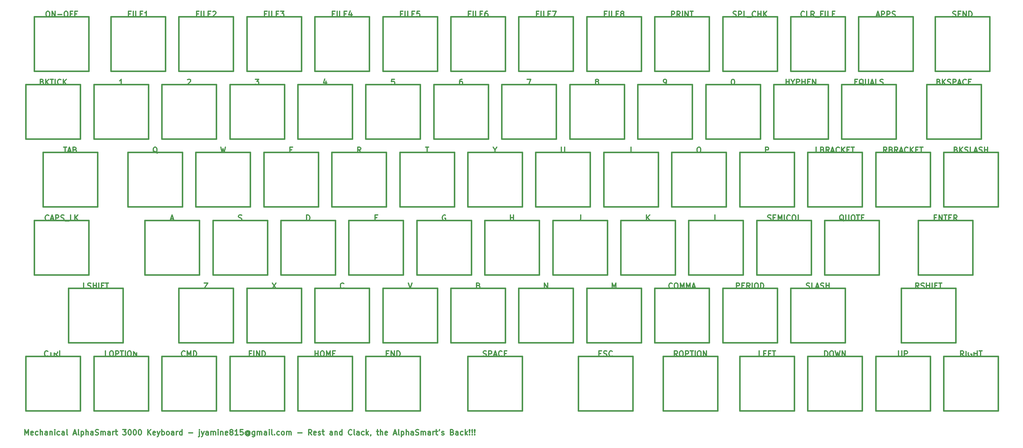
<source format=gbr>
G04 #@! TF.FileFunction,Legend,Top*
%FSLAX46Y46*%
G04 Gerber Fmt 4.6, Leading zero omitted, Abs format (unit mm)*
G04 Created by KiCad (PCBNEW 4.0.6) date 08/19/17 19:26:29*
%MOMM*%
%LPD*%
G01*
G04 APERTURE LIST*
%ADD10C,0.100000*%
%ADD11C,0.300000*%
%ADD12C,0.381000*%
%ADD13C,0.304800*%
%ADD14C,3.400000*%
%ADD15C,1.900000*%
%ADD16C,1.924000*%
%ADD17C,4.380180*%
%ADD18C,3.000000*%
%ADD19C,2.099260*%
%ADD20C,3.450000*%
%ADD21C,4.400000*%
G04 APERTURE END LIST*
D10*
D11*
X78357143Y-197678571D02*
X78357143Y-196178571D01*
X78857143Y-197250000D01*
X79357143Y-196178571D01*
X79357143Y-197678571D01*
X80642857Y-197607143D02*
X80500000Y-197678571D01*
X80214286Y-197678571D01*
X80071429Y-197607143D01*
X80000000Y-197464286D01*
X80000000Y-196892857D01*
X80071429Y-196750000D01*
X80214286Y-196678571D01*
X80500000Y-196678571D01*
X80642857Y-196750000D01*
X80714286Y-196892857D01*
X80714286Y-197035714D01*
X80000000Y-197178571D01*
X82000000Y-197607143D02*
X81857143Y-197678571D01*
X81571429Y-197678571D01*
X81428571Y-197607143D01*
X81357143Y-197535714D01*
X81285714Y-197392857D01*
X81285714Y-196964286D01*
X81357143Y-196821429D01*
X81428571Y-196750000D01*
X81571429Y-196678571D01*
X81857143Y-196678571D01*
X82000000Y-196750000D01*
X82642857Y-197678571D02*
X82642857Y-196178571D01*
X83285714Y-197678571D02*
X83285714Y-196892857D01*
X83214285Y-196750000D01*
X83071428Y-196678571D01*
X82857143Y-196678571D01*
X82714285Y-196750000D01*
X82642857Y-196821429D01*
X84642857Y-197678571D02*
X84642857Y-196892857D01*
X84571428Y-196750000D01*
X84428571Y-196678571D01*
X84142857Y-196678571D01*
X84000000Y-196750000D01*
X84642857Y-197607143D02*
X84500000Y-197678571D01*
X84142857Y-197678571D01*
X84000000Y-197607143D01*
X83928571Y-197464286D01*
X83928571Y-197321429D01*
X84000000Y-197178571D01*
X84142857Y-197107143D01*
X84500000Y-197107143D01*
X84642857Y-197035714D01*
X85357143Y-196678571D02*
X85357143Y-197678571D01*
X85357143Y-196821429D02*
X85428571Y-196750000D01*
X85571429Y-196678571D01*
X85785714Y-196678571D01*
X85928571Y-196750000D01*
X86000000Y-196892857D01*
X86000000Y-197678571D01*
X86714286Y-197678571D02*
X86714286Y-196678571D01*
X86714286Y-196178571D02*
X86642857Y-196250000D01*
X86714286Y-196321429D01*
X86785714Y-196250000D01*
X86714286Y-196178571D01*
X86714286Y-196321429D01*
X88071429Y-197607143D02*
X87928572Y-197678571D01*
X87642858Y-197678571D01*
X87500000Y-197607143D01*
X87428572Y-197535714D01*
X87357143Y-197392857D01*
X87357143Y-196964286D01*
X87428572Y-196821429D01*
X87500000Y-196750000D01*
X87642858Y-196678571D01*
X87928572Y-196678571D01*
X88071429Y-196750000D01*
X89357143Y-197678571D02*
X89357143Y-196892857D01*
X89285714Y-196750000D01*
X89142857Y-196678571D01*
X88857143Y-196678571D01*
X88714286Y-196750000D01*
X89357143Y-197607143D02*
X89214286Y-197678571D01*
X88857143Y-197678571D01*
X88714286Y-197607143D01*
X88642857Y-197464286D01*
X88642857Y-197321429D01*
X88714286Y-197178571D01*
X88857143Y-197107143D01*
X89214286Y-197107143D01*
X89357143Y-197035714D01*
X90285715Y-197678571D02*
X90142857Y-197607143D01*
X90071429Y-197464286D01*
X90071429Y-196178571D01*
X91928571Y-197250000D02*
X92642857Y-197250000D01*
X91785714Y-197678571D02*
X92285714Y-196178571D01*
X92785714Y-197678571D01*
X93500000Y-197678571D02*
X93357142Y-197607143D01*
X93285714Y-197464286D01*
X93285714Y-196178571D01*
X94071428Y-196678571D02*
X94071428Y-198178571D01*
X94071428Y-196750000D02*
X94214285Y-196678571D01*
X94499999Y-196678571D01*
X94642856Y-196750000D01*
X94714285Y-196821429D01*
X94785714Y-196964286D01*
X94785714Y-197392857D01*
X94714285Y-197535714D01*
X94642856Y-197607143D01*
X94499999Y-197678571D01*
X94214285Y-197678571D01*
X94071428Y-197607143D01*
X95428571Y-197678571D02*
X95428571Y-196178571D01*
X96071428Y-197678571D02*
X96071428Y-196892857D01*
X95999999Y-196750000D01*
X95857142Y-196678571D01*
X95642857Y-196678571D01*
X95499999Y-196750000D01*
X95428571Y-196821429D01*
X97428571Y-197678571D02*
X97428571Y-196892857D01*
X97357142Y-196750000D01*
X97214285Y-196678571D01*
X96928571Y-196678571D01*
X96785714Y-196750000D01*
X97428571Y-197607143D02*
X97285714Y-197678571D01*
X96928571Y-197678571D01*
X96785714Y-197607143D01*
X96714285Y-197464286D01*
X96714285Y-197321429D01*
X96785714Y-197178571D01*
X96928571Y-197107143D01*
X97285714Y-197107143D01*
X97428571Y-197035714D01*
X98071428Y-197607143D02*
X98285714Y-197678571D01*
X98642857Y-197678571D01*
X98785714Y-197607143D01*
X98857143Y-197535714D01*
X98928571Y-197392857D01*
X98928571Y-197250000D01*
X98857143Y-197107143D01*
X98785714Y-197035714D01*
X98642857Y-196964286D01*
X98357143Y-196892857D01*
X98214285Y-196821429D01*
X98142857Y-196750000D01*
X98071428Y-196607143D01*
X98071428Y-196464286D01*
X98142857Y-196321429D01*
X98214285Y-196250000D01*
X98357143Y-196178571D01*
X98714285Y-196178571D01*
X98928571Y-196250000D01*
X99571428Y-197678571D02*
X99571428Y-196678571D01*
X99571428Y-196821429D02*
X99642856Y-196750000D01*
X99785714Y-196678571D01*
X99999999Y-196678571D01*
X100142856Y-196750000D01*
X100214285Y-196892857D01*
X100214285Y-197678571D01*
X100214285Y-196892857D02*
X100285714Y-196750000D01*
X100428571Y-196678571D01*
X100642856Y-196678571D01*
X100785714Y-196750000D01*
X100857142Y-196892857D01*
X100857142Y-197678571D01*
X102214285Y-197678571D02*
X102214285Y-196892857D01*
X102142856Y-196750000D01*
X101999999Y-196678571D01*
X101714285Y-196678571D01*
X101571428Y-196750000D01*
X102214285Y-197607143D02*
X102071428Y-197678571D01*
X101714285Y-197678571D01*
X101571428Y-197607143D01*
X101499999Y-197464286D01*
X101499999Y-197321429D01*
X101571428Y-197178571D01*
X101714285Y-197107143D01*
X102071428Y-197107143D01*
X102214285Y-197035714D01*
X102928571Y-197678571D02*
X102928571Y-196678571D01*
X102928571Y-196964286D02*
X102999999Y-196821429D01*
X103071428Y-196750000D01*
X103214285Y-196678571D01*
X103357142Y-196678571D01*
X103642856Y-196678571D02*
X104214285Y-196678571D01*
X103857142Y-196178571D02*
X103857142Y-197464286D01*
X103928570Y-197607143D01*
X104071428Y-197678571D01*
X104214285Y-197678571D01*
X105714285Y-196178571D02*
X106642856Y-196178571D01*
X106142856Y-196750000D01*
X106357142Y-196750000D01*
X106499999Y-196821429D01*
X106571428Y-196892857D01*
X106642856Y-197035714D01*
X106642856Y-197392857D01*
X106571428Y-197535714D01*
X106499999Y-197607143D01*
X106357142Y-197678571D01*
X105928570Y-197678571D01*
X105785713Y-197607143D01*
X105714285Y-197535714D01*
X107571427Y-196178571D02*
X107714284Y-196178571D01*
X107857141Y-196250000D01*
X107928570Y-196321429D01*
X107999999Y-196464286D01*
X108071427Y-196750000D01*
X108071427Y-197107143D01*
X107999999Y-197392857D01*
X107928570Y-197535714D01*
X107857141Y-197607143D01*
X107714284Y-197678571D01*
X107571427Y-197678571D01*
X107428570Y-197607143D01*
X107357141Y-197535714D01*
X107285713Y-197392857D01*
X107214284Y-197107143D01*
X107214284Y-196750000D01*
X107285713Y-196464286D01*
X107357141Y-196321429D01*
X107428570Y-196250000D01*
X107571427Y-196178571D01*
X108999998Y-196178571D02*
X109142855Y-196178571D01*
X109285712Y-196250000D01*
X109357141Y-196321429D01*
X109428570Y-196464286D01*
X109499998Y-196750000D01*
X109499998Y-197107143D01*
X109428570Y-197392857D01*
X109357141Y-197535714D01*
X109285712Y-197607143D01*
X109142855Y-197678571D01*
X108999998Y-197678571D01*
X108857141Y-197607143D01*
X108785712Y-197535714D01*
X108714284Y-197392857D01*
X108642855Y-197107143D01*
X108642855Y-196750000D01*
X108714284Y-196464286D01*
X108785712Y-196321429D01*
X108857141Y-196250000D01*
X108999998Y-196178571D01*
X110428569Y-196178571D02*
X110571426Y-196178571D01*
X110714283Y-196250000D01*
X110785712Y-196321429D01*
X110857141Y-196464286D01*
X110928569Y-196750000D01*
X110928569Y-197107143D01*
X110857141Y-197392857D01*
X110785712Y-197535714D01*
X110714283Y-197607143D01*
X110571426Y-197678571D01*
X110428569Y-197678571D01*
X110285712Y-197607143D01*
X110214283Y-197535714D01*
X110142855Y-197392857D01*
X110071426Y-197107143D01*
X110071426Y-196750000D01*
X110142855Y-196464286D01*
X110214283Y-196321429D01*
X110285712Y-196250000D01*
X110428569Y-196178571D01*
X112714283Y-197678571D02*
X112714283Y-196178571D01*
X113571426Y-197678571D02*
X112928569Y-196821429D01*
X113571426Y-196178571D02*
X112714283Y-197035714D01*
X114785711Y-197607143D02*
X114642854Y-197678571D01*
X114357140Y-197678571D01*
X114214283Y-197607143D01*
X114142854Y-197464286D01*
X114142854Y-196892857D01*
X114214283Y-196750000D01*
X114357140Y-196678571D01*
X114642854Y-196678571D01*
X114785711Y-196750000D01*
X114857140Y-196892857D01*
X114857140Y-197035714D01*
X114142854Y-197178571D01*
X115357140Y-196678571D02*
X115714283Y-197678571D01*
X116071425Y-196678571D02*
X115714283Y-197678571D01*
X115571425Y-198035714D01*
X115499997Y-198107143D01*
X115357140Y-198178571D01*
X116642854Y-197678571D02*
X116642854Y-196178571D01*
X116642854Y-196750000D02*
X116785711Y-196678571D01*
X117071425Y-196678571D01*
X117214282Y-196750000D01*
X117285711Y-196821429D01*
X117357140Y-196964286D01*
X117357140Y-197392857D01*
X117285711Y-197535714D01*
X117214282Y-197607143D01*
X117071425Y-197678571D01*
X116785711Y-197678571D01*
X116642854Y-197607143D01*
X118214283Y-197678571D02*
X118071425Y-197607143D01*
X117999997Y-197535714D01*
X117928568Y-197392857D01*
X117928568Y-196964286D01*
X117999997Y-196821429D01*
X118071425Y-196750000D01*
X118214283Y-196678571D01*
X118428568Y-196678571D01*
X118571425Y-196750000D01*
X118642854Y-196821429D01*
X118714283Y-196964286D01*
X118714283Y-197392857D01*
X118642854Y-197535714D01*
X118571425Y-197607143D01*
X118428568Y-197678571D01*
X118214283Y-197678571D01*
X119999997Y-197678571D02*
X119999997Y-196892857D01*
X119928568Y-196750000D01*
X119785711Y-196678571D01*
X119499997Y-196678571D01*
X119357140Y-196750000D01*
X119999997Y-197607143D02*
X119857140Y-197678571D01*
X119499997Y-197678571D01*
X119357140Y-197607143D01*
X119285711Y-197464286D01*
X119285711Y-197321429D01*
X119357140Y-197178571D01*
X119499997Y-197107143D01*
X119857140Y-197107143D01*
X119999997Y-197035714D01*
X120714283Y-197678571D02*
X120714283Y-196678571D01*
X120714283Y-196964286D02*
X120785711Y-196821429D01*
X120857140Y-196750000D01*
X120999997Y-196678571D01*
X121142854Y-196678571D01*
X122285711Y-197678571D02*
X122285711Y-196178571D01*
X122285711Y-197607143D02*
X122142854Y-197678571D01*
X121857140Y-197678571D01*
X121714282Y-197607143D01*
X121642854Y-197535714D01*
X121571425Y-197392857D01*
X121571425Y-196964286D01*
X121642854Y-196821429D01*
X121714282Y-196750000D01*
X121857140Y-196678571D01*
X122142854Y-196678571D01*
X122285711Y-196750000D01*
X124142854Y-197107143D02*
X125285711Y-197107143D01*
X127142854Y-196678571D02*
X127142854Y-197964286D01*
X127071425Y-198107143D01*
X126928568Y-198178571D01*
X126857140Y-198178571D01*
X127142854Y-196178571D02*
X127071425Y-196250000D01*
X127142854Y-196321429D01*
X127214282Y-196250000D01*
X127142854Y-196178571D01*
X127142854Y-196321429D01*
X127714283Y-196678571D02*
X128071426Y-197678571D01*
X128428568Y-196678571D02*
X128071426Y-197678571D01*
X127928568Y-198035714D01*
X127857140Y-198107143D01*
X127714283Y-198178571D01*
X129642854Y-197678571D02*
X129642854Y-196892857D01*
X129571425Y-196750000D01*
X129428568Y-196678571D01*
X129142854Y-196678571D01*
X128999997Y-196750000D01*
X129642854Y-197607143D02*
X129499997Y-197678571D01*
X129142854Y-197678571D01*
X128999997Y-197607143D01*
X128928568Y-197464286D01*
X128928568Y-197321429D01*
X128999997Y-197178571D01*
X129142854Y-197107143D01*
X129499997Y-197107143D01*
X129642854Y-197035714D01*
X130357140Y-197678571D02*
X130357140Y-196678571D01*
X130357140Y-196821429D02*
X130428568Y-196750000D01*
X130571426Y-196678571D01*
X130785711Y-196678571D01*
X130928568Y-196750000D01*
X130999997Y-196892857D01*
X130999997Y-197678571D01*
X130999997Y-196892857D02*
X131071426Y-196750000D01*
X131214283Y-196678571D01*
X131428568Y-196678571D01*
X131571426Y-196750000D01*
X131642854Y-196892857D01*
X131642854Y-197678571D01*
X132357140Y-197678571D02*
X132357140Y-196678571D01*
X132357140Y-196178571D02*
X132285711Y-196250000D01*
X132357140Y-196321429D01*
X132428568Y-196250000D01*
X132357140Y-196178571D01*
X132357140Y-196321429D01*
X133071426Y-196678571D02*
X133071426Y-197678571D01*
X133071426Y-196821429D02*
X133142854Y-196750000D01*
X133285712Y-196678571D01*
X133499997Y-196678571D01*
X133642854Y-196750000D01*
X133714283Y-196892857D01*
X133714283Y-197678571D01*
X134999997Y-197607143D02*
X134857140Y-197678571D01*
X134571426Y-197678571D01*
X134428569Y-197607143D01*
X134357140Y-197464286D01*
X134357140Y-196892857D01*
X134428569Y-196750000D01*
X134571426Y-196678571D01*
X134857140Y-196678571D01*
X134999997Y-196750000D01*
X135071426Y-196892857D01*
X135071426Y-197035714D01*
X134357140Y-197178571D01*
X135928569Y-196821429D02*
X135785711Y-196750000D01*
X135714283Y-196678571D01*
X135642854Y-196535714D01*
X135642854Y-196464286D01*
X135714283Y-196321429D01*
X135785711Y-196250000D01*
X135928569Y-196178571D01*
X136214283Y-196178571D01*
X136357140Y-196250000D01*
X136428569Y-196321429D01*
X136499997Y-196464286D01*
X136499997Y-196535714D01*
X136428569Y-196678571D01*
X136357140Y-196750000D01*
X136214283Y-196821429D01*
X135928569Y-196821429D01*
X135785711Y-196892857D01*
X135714283Y-196964286D01*
X135642854Y-197107143D01*
X135642854Y-197392857D01*
X135714283Y-197535714D01*
X135785711Y-197607143D01*
X135928569Y-197678571D01*
X136214283Y-197678571D01*
X136357140Y-197607143D01*
X136428569Y-197535714D01*
X136499997Y-197392857D01*
X136499997Y-197107143D01*
X136428569Y-196964286D01*
X136357140Y-196892857D01*
X136214283Y-196821429D01*
X137928568Y-197678571D02*
X137071425Y-197678571D01*
X137499997Y-197678571D02*
X137499997Y-196178571D01*
X137357140Y-196392857D01*
X137214282Y-196535714D01*
X137071425Y-196607143D01*
X139285711Y-196178571D02*
X138571425Y-196178571D01*
X138499996Y-196892857D01*
X138571425Y-196821429D01*
X138714282Y-196750000D01*
X139071425Y-196750000D01*
X139214282Y-196821429D01*
X139285711Y-196892857D01*
X139357139Y-197035714D01*
X139357139Y-197392857D01*
X139285711Y-197535714D01*
X139214282Y-197607143D01*
X139071425Y-197678571D01*
X138714282Y-197678571D01*
X138571425Y-197607143D01*
X138499996Y-197535714D01*
X140928567Y-196964286D02*
X140857139Y-196892857D01*
X140714282Y-196821429D01*
X140571424Y-196821429D01*
X140428567Y-196892857D01*
X140357139Y-196964286D01*
X140285710Y-197107143D01*
X140285710Y-197250000D01*
X140357139Y-197392857D01*
X140428567Y-197464286D01*
X140571424Y-197535714D01*
X140714282Y-197535714D01*
X140857139Y-197464286D01*
X140928567Y-197392857D01*
X140928567Y-196821429D02*
X140928567Y-197392857D01*
X140999996Y-197464286D01*
X141071424Y-197464286D01*
X141214282Y-197392857D01*
X141285710Y-197250000D01*
X141285710Y-196892857D01*
X141142853Y-196678571D01*
X140928567Y-196535714D01*
X140642853Y-196464286D01*
X140357139Y-196535714D01*
X140142853Y-196678571D01*
X139999996Y-196892857D01*
X139928567Y-197178571D01*
X139999996Y-197464286D01*
X140142853Y-197678571D01*
X140357139Y-197821429D01*
X140642853Y-197892857D01*
X140928567Y-197821429D01*
X141142853Y-197678571D01*
X142571424Y-196678571D02*
X142571424Y-197892857D01*
X142499995Y-198035714D01*
X142428567Y-198107143D01*
X142285710Y-198178571D01*
X142071424Y-198178571D01*
X141928567Y-198107143D01*
X142571424Y-197607143D02*
X142428567Y-197678571D01*
X142142853Y-197678571D01*
X141999995Y-197607143D01*
X141928567Y-197535714D01*
X141857138Y-197392857D01*
X141857138Y-196964286D01*
X141928567Y-196821429D01*
X141999995Y-196750000D01*
X142142853Y-196678571D01*
X142428567Y-196678571D01*
X142571424Y-196750000D01*
X143285710Y-197678571D02*
X143285710Y-196678571D01*
X143285710Y-196821429D02*
X143357138Y-196750000D01*
X143499996Y-196678571D01*
X143714281Y-196678571D01*
X143857138Y-196750000D01*
X143928567Y-196892857D01*
X143928567Y-197678571D01*
X143928567Y-196892857D02*
X143999996Y-196750000D01*
X144142853Y-196678571D01*
X144357138Y-196678571D01*
X144499996Y-196750000D01*
X144571424Y-196892857D01*
X144571424Y-197678571D01*
X145928567Y-197678571D02*
X145928567Y-196892857D01*
X145857138Y-196750000D01*
X145714281Y-196678571D01*
X145428567Y-196678571D01*
X145285710Y-196750000D01*
X145928567Y-197607143D02*
X145785710Y-197678571D01*
X145428567Y-197678571D01*
X145285710Y-197607143D01*
X145214281Y-197464286D01*
X145214281Y-197321429D01*
X145285710Y-197178571D01*
X145428567Y-197107143D01*
X145785710Y-197107143D01*
X145928567Y-197035714D01*
X146642853Y-197678571D02*
X146642853Y-196678571D01*
X146642853Y-196178571D02*
X146571424Y-196250000D01*
X146642853Y-196321429D01*
X146714281Y-196250000D01*
X146642853Y-196178571D01*
X146642853Y-196321429D01*
X147571425Y-197678571D02*
X147428567Y-197607143D01*
X147357139Y-197464286D01*
X147357139Y-196178571D01*
X148142853Y-197535714D02*
X148214281Y-197607143D01*
X148142853Y-197678571D01*
X148071424Y-197607143D01*
X148142853Y-197535714D01*
X148142853Y-197678571D01*
X149499996Y-197607143D02*
X149357139Y-197678571D01*
X149071425Y-197678571D01*
X148928567Y-197607143D01*
X148857139Y-197535714D01*
X148785710Y-197392857D01*
X148785710Y-196964286D01*
X148857139Y-196821429D01*
X148928567Y-196750000D01*
X149071425Y-196678571D01*
X149357139Y-196678571D01*
X149499996Y-196750000D01*
X150357139Y-197678571D02*
X150214281Y-197607143D01*
X150142853Y-197535714D01*
X150071424Y-197392857D01*
X150071424Y-196964286D01*
X150142853Y-196821429D01*
X150214281Y-196750000D01*
X150357139Y-196678571D01*
X150571424Y-196678571D01*
X150714281Y-196750000D01*
X150785710Y-196821429D01*
X150857139Y-196964286D01*
X150857139Y-197392857D01*
X150785710Y-197535714D01*
X150714281Y-197607143D01*
X150571424Y-197678571D01*
X150357139Y-197678571D01*
X151499996Y-197678571D02*
X151499996Y-196678571D01*
X151499996Y-196821429D02*
X151571424Y-196750000D01*
X151714282Y-196678571D01*
X151928567Y-196678571D01*
X152071424Y-196750000D01*
X152142853Y-196892857D01*
X152142853Y-197678571D01*
X152142853Y-196892857D02*
X152214282Y-196750000D01*
X152357139Y-196678571D01*
X152571424Y-196678571D01*
X152714282Y-196750000D01*
X152785710Y-196892857D01*
X152785710Y-197678571D01*
X154642853Y-197107143D02*
X155785710Y-197107143D01*
X158499996Y-197678571D02*
X157999996Y-196964286D01*
X157642853Y-197678571D02*
X157642853Y-196178571D01*
X158214281Y-196178571D01*
X158357139Y-196250000D01*
X158428567Y-196321429D01*
X158499996Y-196464286D01*
X158499996Y-196678571D01*
X158428567Y-196821429D01*
X158357139Y-196892857D01*
X158214281Y-196964286D01*
X157642853Y-196964286D01*
X159714281Y-197607143D02*
X159571424Y-197678571D01*
X159285710Y-197678571D01*
X159142853Y-197607143D01*
X159071424Y-197464286D01*
X159071424Y-196892857D01*
X159142853Y-196750000D01*
X159285710Y-196678571D01*
X159571424Y-196678571D01*
X159714281Y-196750000D01*
X159785710Y-196892857D01*
X159785710Y-197035714D01*
X159071424Y-197178571D01*
X160357138Y-197607143D02*
X160499995Y-197678571D01*
X160785710Y-197678571D01*
X160928567Y-197607143D01*
X160999995Y-197464286D01*
X160999995Y-197392857D01*
X160928567Y-197250000D01*
X160785710Y-197178571D01*
X160571424Y-197178571D01*
X160428567Y-197107143D01*
X160357138Y-196964286D01*
X160357138Y-196892857D01*
X160428567Y-196750000D01*
X160571424Y-196678571D01*
X160785710Y-196678571D01*
X160928567Y-196750000D01*
X161428567Y-196678571D02*
X161999996Y-196678571D01*
X161642853Y-196178571D02*
X161642853Y-197464286D01*
X161714281Y-197607143D01*
X161857139Y-197678571D01*
X161999996Y-197678571D01*
X164285710Y-197678571D02*
X164285710Y-196892857D01*
X164214281Y-196750000D01*
X164071424Y-196678571D01*
X163785710Y-196678571D01*
X163642853Y-196750000D01*
X164285710Y-197607143D02*
X164142853Y-197678571D01*
X163785710Y-197678571D01*
X163642853Y-197607143D01*
X163571424Y-197464286D01*
X163571424Y-197321429D01*
X163642853Y-197178571D01*
X163785710Y-197107143D01*
X164142853Y-197107143D01*
X164285710Y-197035714D01*
X164999996Y-196678571D02*
X164999996Y-197678571D01*
X164999996Y-196821429D02*
X165071424Y-196750000D01*
X165214282Y-196678571D01*
X165428567Y-196678571D01*
X165571424Y-196750000D01*
X165642853Y-196892857D01*
X165642853Y-197678571D01*
X166999996Y-197678571D02*
X166999996Y-196178571D01*
X166999996Y-197607143D02*
X166857139Y-197678571D01*
X166571425Y-197678571D01*
X166428567Y-197607143D01*
X166357139Y-197535714D01*
X166285710Y-197392857D01*
X166285710Y-196964286D01*
X166357139Y-196821429D01*
X166428567Y-196750000D01*
X166571425Y-196678571D01*
X166857139Y-196678571D01*
X166999996Y-196750000D01*
X169714282Y-197535714D02*
X169642853Y-197607143D01*
X169428567Y-197678571D01*
X169285710Y-197678571D01*
X169071425Y-197607143D01*
X168928567Y-197464286D01*
X168857139Y-197321429D01*
X168785710Y-197035714D01*
X168785710Y-196821429D01*
X168857139Y-196535714D01*
X168928567Y-196392857D01*
X169071425Y-196250000D01*
X169285710Y-196178571D01*
X169428567Y-196178571D01*
X169642853Y-196250000D01*
X169714282Y-196321429D01*
X170571425Y-197678571D02*
X170428567Y-197607143D01*
X170357139Y-197464286D01*
X170357139Y-196178571D01*
X171785710Y-197678571D02*
X171785710Y-196892857D01*
X171714281Y-196750000D01*
X171571424Y-196678571D01*
X171285710Y-196678571D01*
X171142853Y-196750000D01*
X171785710Y-197607143D02*
X171642853Y-197678571D01*
X171285710Y-197678571D01*
X171142853Y-197607143D01*
X171071424Y-197464286D01*
X171071424Y-197321429D01*
X171142853Y-197178571D01*
X171285710Y-197107143D01*
X171642853Y-197107143D01*
X171785710Y-197035714D01*
X173142853Y-197607143D02*
X172999996Y-197678571D01*
X172714282Y-197678571D01*
X172571424Y-197607143D01*
X172499996Y-197535714D01*
X172428567Y-197392857D01*
X172428567Y-196964286D01*
X172499996Y-196821429D01*
X172571424Y-196750000D01*
X172714282Y-196678571D01*
X172999996Y-196678571D01*
X173142853Y-196750000D01*
X173785710Y-197678571D02*
X173785710Y-196178571D01*
X173928567Y-197107143D02*
X174357138Y-197678571D01*
X174357138Y-196678571D02*
X173785710Y-197250000D01*
X175071424Y-197607143D02*
X175071424Y-197678571D01*
X174999996Y-197821429D01*
X174928567Y-197892857D01*
X176642853Y-196678571D02*
X177214282Y-196678571D01*
X176857139Y-196178571D02*
X176857139Y-197464286D01*
X176928567Y-197607143D01*
X177071425Y-197678571D01*
X177214282Y-197678571D01*
X177714282Y-197678571D02*
X177714282Y-196178571D01*
X178357139Y-197678571D02*
X178357139Y-196892857D01*
X178285710Y-196750000D01*
X178142853Y-196678571D01*
X177928568Y-196678571D01*
X177785710Y-196750000D01*
X177714282Y-196821429D01*
X179642853Y-197607143D02*
X179499996Y-197678571D01*
X179214282Y-197678571D01*
X179071425Y-197607143D01*
X178999996Y-197464286D01*
X178999996Y-196892857D01*
X179071425Y-196750000D01*
X179214282Y-196678571D01*
X179499996Y-196678571D01*
X179642853Y-196750000D01*
X179714282Y-196892857D01*
X179714282Y-197035714D01*
X178999996Y-197178571D01*
X181428567Y-197250000D02*
X182142853Y-197250000D01*
X181285710Y-197678571D02*
X181785710Y-196178571D01*
X182285710Y-197678571D01*
X182999996Y-197678571D02*
X182857138Y-197607143D01*
X182785710Y-197464286D01*
X182785710Y-196178571D01*
X183571424Y-196678571D02*
X183571424Y-198178571D01*
X183571424Y-196750000D02*
X183714281Y-196678571D01*
X183999995Y-196678571D01*
X184142852Y-196750000D01*
X184214281Y-196821429D01*
X184285710Y-196964286D01*
X184285710Y-197392857D01*
X184214281Y-197535714D01*
X184142852Y-197607143D01*
X183999995Y-197678571D01*
X183714281Y-197678571D01*
X183571424Y-197607143D01*
X184928567Y-197678571D02*
X184928567Y-196178571D01*
X185571424Y-197678571D02*
X185571424Y-196892857D01*
X185499995Y-196750000D01*
X185357138Y-196678571D01*
X185142853Y-196678571D01*
X184999995Y-196750000D01*
X184928567Y-196821429D01*
X186928567Y-197678571D02*
X186928567Y-196892857D01*
X186857138Y-196750000D01*
X186714281Y-196678571D01*
X186428567Y-196678571D01*
X186285710Y-196750000D01*
X186928567Y-197607143D02*
X186785710Y-197678571D01*
X186428567Y-197678571D01*
X186285710Y-197607143D01*
X186214281Y-197464286D01*
X186214281Y-197321429D01*
X186285710Y-197178571D01*
X186428567Y-197107143D01*
X186785710Y-197107143D01*
X186928567Y-197035714D01*
X187571424Y-197607143D02*
X187785710Y-197678571D01*
X188142853Y-197678571D01*
X188285710Y-197607143D01*
X188357139Y-197535714D01*
X188428567Y-197392857D01*
X188428567Y-197250000D01*
X188357139Y-197107143D01*
X188285710Y-197035714D01*
X188142853Y-196964286D01*
X187857139Y-196892857D01*
X187714281Y-196821429D01*
X187642853Y-196750000D01*
X187571424Y-196607143D01*
X187571424Y-196464286D01*
X187642853Y-196321429D01*
X187714281Y-196250000D01*
X187857139Y-196178571D01*
X188214281Y-196178571D01*
X188428567Y-196250000D01*
X189071424Y-197678571D02*
X189071424Y-196678571D01*
X189071424Y-196821429D02*
X189142852Y-196750000D01*
X189285710Y-196678571D01*
X189499995Y-196678571D01*
X189642852Y-196750000D01*
X189714281Y-196892857D01*
X189714281Y-197678571D01*
X189714281Y-196892857D02*
X189785710Y-196750000D01*
X189928567Y-196678571D01*
X190142852Y-196678571D01*
X190285710Y-196750000D01*
X190357138Y-196892857D01*
X190357138Y-197678571D01*
X191714281Y-197678571D02*
X191714281Y-196892857D01*
X191642852Y-196750000D01*
X191499995Y-196678571D01*
X191214281Y-196678571D01*
X191071424Y-196750000D01*
X191714281Y-197607143D02*
X191571424Y-197678571D01*
X191214281Y-197678571D01*
X191071424Y-197607143D01*
X190999995Y-197464286D01*
X190999995Y-197321429D01*
X191071424Y-197178571D01*
X191214281Y-197107143D01*
X191571424Y-197107143D01*
X191714281Y-197035714D01*
X192428567Y-197678571D02*
X192428567Y-196678571D01*
X192428567Y-196964286D02*
X192499995Y-196821429D01*
X192571424Y-196750000D01*
X192714281Y-196678571D01*
X192857138Y-196678571D01*
X193142852Y-196678571D02*
X193714281Y-196678571D01*
X193357138Y-196178571D02*
X193357138Y-197464286D01*
X193428566Y-197607143D01*
X193571424Y-197678571D01*
X193714281Y-197678571D01*
X194285709Y-196178571D02*
X194142852Y-196464286D01*
X194857138Y-197607143D02*
X194999995Y-197678571D01*
X195285710Y-197678571D01*
X195428567Y-197607143D01*
X195499995Y-197464286D01*
X195499995Y-197392857D01*
X195428567Y-197250000D01*
X195285710Y-197178571D01*
X195071424Y-197178571D01*
X194928567Y-197107143D01*
X194857138Y-196964286D01*
X194857138Y-196892857D01*
X194928567Y-196750000D01*
X195071424Y-196678571D01*
X195285710Y-196678571D01*
X195428567Y-196750000D01*
X197785710Y-196892857D02*
X197999996Y-196964286D01*
X198071424Y-197035714D01*
X198142853Y-197178571D01*
X198142853Y-197392857D01*
X198071424Y-197535714D01*
X197999996Y-197607143D01*
X197857138Y-197678571D01*
X197285710Y-197678571D01*
X197285710Y-196178571D01*
X197785710Y-196178571D01*
X197928567Y-196250000D01*
X197999996Y-196321429D01*
X198071424Y-196464286D01*
X198071424Y-196607143D01*
X197999996Y-196750000D01*
X197928567Y-196821429D01*
X197785710Y-196892857D01*
X197285710Y-196892857D01*
X199428567Y-197678571D02*
X199428567Y-196892857D01*
X199357138Y-196750000D01*
X199214281Y-196678571D01*
X198928567Y-196678571D01*
X198785710Y-196750000D01*
X199428567Y-197607143D02*
X199285710Y-197678571D01*
X198928567Y-197678571D01*
X198785710Y-197607143D01*
X198714281Y-197464286D01*
X198714281Y-197321429D01*
X198785710Y-197178571D01*
X198928567Y-197107143D01*
X199285710Y-197107143D01*
X199428567Y-197035714D01*
X200785710Y-197607143D02*
X200642853Y-197678571D01*
X200357139Y-197678571D01*
X200214281Y-197607143D01*
X200142853Y-197535714D01*
X200071424Y-197392857D01*
X200071424Y-196964286D01*
X200142853Y-196821429D01*
X200214281Y-196750000D01*
X200357139Y-196678571D01*
X200642853Y-196678571D01*
X200785710Y-196750000D01*
X201428567Y-197678571D02*
X201428567Y-196178571D01*
X201571424Y-197107143D02*
X201999995Y-197678571D01*
X201999995Y-196678571D02*
X201428567Y-197250000D01*
X202642853Y-197535714D02*
X202714281Y-197607143D01*
X202642853Y-197678571D01*
X202571424Y-197607143D01*
X202642853Y-197535714D01*
X202642853Y-197678571D01*
X202642853Y-197107143D02*
X202571424Y-196250000D01*
X202642853Y-196178571D01*
X202714281Y-196250000D01*
X202642853Y-197107143D01*
X202642853Y-196178571D01*
X203357139Y-197535714D02*
X203428567Y-197607143D01*
X203357139Y-197678571D01*
X203285710Y-197607143D01*
X203357139Y-197535714D01*
X203357139Y-197678571D01*
X203357139Y-197107143D02*
X203285710Y-196250000D01*
X203357139Y-196178571D01*
X203428567Y-196250000D01*
X203357139Y-197107143D01*
X203357139Y-196178571D01*
X204071425Y-197535714D02*
X204142853Y-197607143D01*
X204071425Y-197678571D01*
X203999996Y-197607143D01*
X204071425Y-197535714D01*
X204071425Y-197678571D01*
X204071425Y-197107143D02*
X203999996Y-196250000D01*
X204071425Y-196178571D01*
X204142853Y-196250000D01*
X204071425Y-197107143D01*
X204071425Y-196178571D01*
D12*
X81005000Y-80630000D02*
X96245000Y-80630000D01*
X96245000Y-80630000D02*
X96245000Y-95870000D01*
X96245000Y-95870000D02*
X81005000Y-95870000D01*
X81005000Y-95870000D02*
X81005000Y-80630000D01*
X78630000Y-99630000D02*
X93870000Y-99630000D01*
X93870000Y-99630000D02*
X93870000Y-114870000D01*
X93870000Y-114870000D02*
X78630000Y-114870000D01*
X78630000Y-114870000D02*
X78630000Y-99630000D01*
X83380000Y-118630000D02*
X98620000Y-118630000D01*
X98620000Y-118630000D02*
X98620000Y-133870000D01*
X98620000Y-133870000D02*
X83380000Y-133870000D01*
X83380000Y-133870000D02*
X83380000Y-118630000D01*
X81005000Y-137630000D02*
X96245000Y-137630000D01*
X96245000Y-137630000D02*
X96245000Y-152870000D01*
X96245000Y-152870000D02*
X81005000Y-152870000D01*
X81005000Y-152870000D02*
X81005000Y-137630000D01*
X90505000Y-156630000D02*
X105745000Y-156630000D01*
X105745000Y-156630000D02*
X105745000Y-171870000D01*
X105745000Y-171870000D02*
X90505000Y-171870000D01*
X90505000Y-171870000D02*
X90505000Y-156630000D01*
X78630000Y-175630000D02*
X93870000Y-175630000D01*
X93870000Y-175630000D02*
X93870000Y-190870000D01*
X93870000Y-190870000D02*
X78630000Y-190870000D01*
X78630000Y-190870000D02*
X78630000Y-175630000D01*
X102380000Y-80630000D02*
X117620000Y-80630000D01*
X117620000Y-80630000D02*
X117620000Y-95870000D01*
X117620000Y-95870000D02*
X102380000Y-95870000D01*
X102380000Y-95870000D02*
X102380000Y-80630000D01*
X97630000Y-99630000D02*
X112870000Y-99630000D01*
X112870000Y-99630000D02*
X112870000Y-114870000D01*
X112870000Y-114870000D02*
X97630000Y-114870000D01*
X97630000Y-114870000D02*
X97630000Y-99630000D01*
X107130000Y-118630000D02*
X122370000Y-118630000D01*
X122370000Y-118630000D02*
X122370000Y-133870000D01*
X122370000Y-133870000D02*
X107130000Y-133870000D01*
X107130000Y-133870000D02*
X107130000Y-118630000D01*
X111880000Y-137630000D02*
X127120000Y-137630000D01*
X127120000Y-137630000D02*
X127120000Y-152870000D01*
X127120000Y-152870000D02*
X111880000Y-152870000D01*
X111880000Y-152870000D02*
X111880000Y-137630000D01*
X121380000Y-156630000D02*
X136620000Y-156630000D01*
X136620000Y-156630000D02*
X136620000Y-171870000D01*
X136620000Y-171870000D02*
X121380000Y-171870000D01*
X121380000Y-171870000D02*
X121380000Y-156630000D01*
X97630000Y-175630000D02*
X112870000Y-175630000D01*
X112870000Y-175630000D02*
X112870000Y-190870000D01*
X112870000Y-190870000D02*
X97630000Y-190870000D01*
X97630000Y-190870000D02*
X97630000Y-175630000D01*
X121380000Y-80630000D02*
X136620000Y-80630000D01*
X136620000Y-80630000D02*
X136620000Y-95870000D01*
X136620000Y-95870000D02*
X121380000Y-95870000D01*
X121380000Y-95870000D02*
X121380000Y-80630000D01*
X116630000Y-99630000D02*
X131870000Y-99630000D01*
X131870000Y-99630000D02*
X131870000Y-114870000D01*
X131870000Y-114870000D02*
X116630000Y-114870000D01*
X116630000Y-114870000D02*
X116630000Y-99630000D01*
X126130000Y-118630000D02*
X141370000Y-118630000D01*
X141370000Y-118630000D02*
X141370000Y-133870000D01*
X141370000Y-133870000D02*
X126130000Y-133870000D01*
X126130000Y-133870000D02*
X126130000Y-118630000D01*
X130880000Y-137630000D02*
X146120000Y-137630000D01*
X146120000Y-137630000D02*
X146120000Y-152870000D01*
X146120000Y-152870000D02*
X130880000Y-152870000D01*
X130880000Y-152870000D02*
X130880000Y-137630000D01*
X140380000Y-156630000D02*
X155620000Y-156630000D01*
X155620000Y-156630000D02*
X155620000Y-171870000D01*
X155620000Y-171870000D02*
X140380000Y-171870000D01*
X140380000Y-171870000D02*
X140380000Y-156630000D01*
X116630000Y-175630000D02*
X131870000Y-175630000D01*
X131870000Y-175630000D02*
X131870000Y-190870000D01*
X131870000Y-190870000D02*
X116630000Y-190870000D01*
X116630000Y-190870000D02*
X116630000Y-175630000D01*
X140380000Y-80630000D02*
X155620000Y-80630000D01*
X155620000Y-80630000D02*
X155620000Y-95870000D01*
X155620000Y-95870000D02*
X140380000Y-95870000D01*
X140380000Y-95870000D02*
X140380000Y-80630000D01*
X135630000Y-99630000D02*
X150870000Y-99630000D01*
X150870000Y-99630000D02*
X150870000Y-114870000D01*
X150870000Y-114870000D02*
X135630000Y-114870000D01*
X135630000Y-114870000D02*
X135630000Y-99630000D01*
X145130000Y-118630000D02*
X160370000Y-118630000D01*
X160370000Y-118630000D02*
X160370000Y-133870000D01*
X160370000Y-133870000D02*
X145130000Y-133870000D01*
X145130000Y-133870000D02*
X145130000Y-118630000D01*
X149880000Y-137630000D02*
X165120000Y-137630000D01*
X165120000Y-137630000D02*
X165120000Y-152870000D01*
X165120000Y-152870000D02*
X149880000Y-152870000D01*
X149880000Y-152870000D02*
X149880000Y-137630000D01*
X159380000Y-156630000D02*
X174620000Y-156630000D01*
X174620000Y-156630000D02*
X174620000Y-171870000D01*
X174620000Y-171870000D02*
X159380000Y-171870000D01*
X159380000Y-171870000D02*
X159380000Y-156630000D01*
X135630000Y-175630000D02*
X150870000Y-175630000D01*
X150870000Y-175630000D02*
X150870000Y-190870000D01*
X150870000Y-190870000D02*
X135630000Y-190870000D01*
X135630000Y-190870000D02*
X135630000Y-175630000D01*
X159380000Y-80630000D02*
X174620000Y-80630000D01*
X174620000Y-80630000D02*
X174620000Y-95870000D01*
X174620000Y-95870000D02*
X159380000Y-95870000D01*
X159380000Y-95870000D02*
X159380000Y-80630000D01*
X154630000Y-99630000D02*
X169870000Y-99630000D01*
X169870000Y-99630000D02*
X169870000Y-114870000D01*
X169870000Y-114870000D02*
X154630000Y-114870000D01*
X154630000Y-114870000D02*
X154630000Y-99630000D01*
X164130000Y-118630000D02*
X179370000Y-118630000D01*
X179370000Y-118630000D02*
X179370000Y-133870000D01*
X179370000Y-133870000D02*
X164130000Y-133870000D01*
X164130000Y-133870000D02*
X164130000Y-118630000D01*
X168880000Y-137630000D02*
X184120000Y-137630000D01*
X184120000Y-137630000D02*
X184120000Y-152870000D01*
X184120000Y-152870000D02*
X168880000Y-152870000D01*
X168880000Y-152870000D02*
X168880000Y-137630000D01*
X178380000Y-156630000D02*
X193620000Y-156630000D01*
X193620000Y-156630000D02*
X193620000Y-171870000D01*
X193620000Y-171870000D02*
X178380000Y-171870000D01*
X178380000Y-171870000D02*
X178380000Y-156630000D01*
X154630000Y-175630000D02*
X169870000Y-175630000D01*
X169870000Y-175630000D02*
X169870000Y-190870000D01*
X169870000Y-190870000D02*
X154630000Y-190870000D01*
X154630000Y-190870000D02*
X154630000Y-175630000D01*
X178380000Y-80630000D02*
X193620000Y-80630000D01*
X193620000Y-80630000D02*
X193620000Y-95870000D01*
X193620000Y-95870000D02*
X178380000Y-95870000D01*
X178380000Y-95870000D02*
X178380000Y-80630000D01*
X173630000Y-99630000D02*
X188870000Y-99630000D01*
X188870000Y-99630000D02*
X188870000Y-114870000D01*
X188870000Y-114870000D02*
X173630000Y-114870000D01*
X173630000Y-114870000D02*
X173630000Y-99630000D01*
X183130000Y-118630000D02*
X198370000Y-118630000D01*
X198370000Y-118630000D02*
X198370000Y-133870000D01*
X198370000Y-133870000D02*
X183130000Y-133870000D01*
X183130000Y-133870000D02*
X183130000Y-118630000D01*
X187880000Y-137630000D02*
X203120000Y-137630000D01*
X203120000Y-137630000D02*
X203120000Y-152870000D01*
X203120000Y-152870000D02*
X187880000Y-152870000D01*
X187880000Y-152870000D02*
X187880000Y-137630000D01*
X197380000Y-156630000D02*
X212620000Y-156630000D01*
X212620000Y-156630000D02*
X212620000Y-171870000D01*
X212620000Y-171870000D02*
X197380000Y-171870000D01*
X197380000Y-171870000D02*
X197380000Y-156630000D01*
X173630000Y-175630000D02*
X188870000Y-175630000D01*
X188870000Y-175630000D02*
X188870000Y-190870000D01*
X188870000Y-190870000D02*
X173630000Y-190870000D01*
X173630000Y-190870000D02*
X173630000Y-175630000D01*
X197380000Y-80630000D02*
X212620000Y-80630000D01*
X212620000Y-80630000D02*
X212620000Y-95870000D01*
X212620000Y-95870000D02*
X197380000Y-95870000D01*
X197380000Y-95870000D02*
X197380000Y-80630000D01*
X192630000Y-99630000D02*
X207870000Y-99630000D01*
X207870000Y-99630000D02*
X207870000Y-114870000D01*
X207870000Y-114870000D02*
X192630000Y-114870000D01*
X192630000Y-114870000D02*
X192630000Y-99630000D01*
X202130000Y-118630000D02*
X217370000Y-118630000D01*
X217370000Y-118630000D02*
X217370000Y-133870000D01*
X217370000Y-133870000D02*
X202130000Y-133870000D01*
X202130000Y-133870000D02*
X202130000Y-118630000D01*
X206880000Y-137630000D02*
X222120000Y-137630000D01*
X222120000Y-137630000D02*
X222120000Y-152870000D01*
X222120000Y-152870000D02*
X206880000Y-152870000D01*
X206880000Y-152870000D02*
X206880000Y-137630000D01*
X216380000Y-156630000D02*
X231620000Y-156630000D01*
X231620000Y-156630000D02*
X231620000Y-171870000D01*
X231620000Y-171870000D02*
X216380000Y-171870000D01*
X216380000Y-171870000D02*
X216380000Y-156630000D01*
X202130000Y-175630000D02*
X217370000Y-175630000D01*
X217370000Y-175630000D02*
X217370000Y-190870000D01*
X217370000Y-190870000D02*
X202130000Y-190870000D01*
X202130000Y-190870000D02*
X202130000Y-175630000D01*
X216380000Y-80630000D02*
X231620000Y-80630000D01*
X231620000Y-80630000D02*
X231620000Y-95870000D01*
X231620000Y-95870000D02*
X216380000Y-95870000D01*
X216380000Y-95870000D02*
X216380000Y-80630000D01*
X211630000Y-99630000D02*
X226870000Y-99630000D01*
X226870000Y-99630000D02*
X226870000Y-114870000D01*
X226870000Y-114870000D02*
X211630000Y-114870000D01*
X211630000Y-114870000D02*
X211630000Y-99630000D01*
X221130000Y-118630000D02*
X236370000Y-118630000D01*
X236370000Y-118630000D02*
X236370000Y-133870000D01*
X236370000Y-133870000D02*
X221130000Y-133870000D01*
X221130000Y-133870000D02*
X221130000Y-118630000D01*
X225880000Y-137630000D02*
X241120000Y-137630000D01*
X241120000Y-137630000D02*
X241120000Y-152870000D01*
X241120000Y-152870000D02*
X225880000Y-152870000D01*
X225880000Y-152870000D02*
X225880000Y-137630000D01*
X235380000Y-156630000D02*
X250620000Y-156630000D01*
X250620000Y-156630000D02*
X250620000Y-171870000D01*
X250620000Y-171870000D02*
X235380000Y-171870000D01*
X235380000Y-171870000D02*
X235380000Y-156630000D01*
X233005000Y-175630000D02*
X248245000Y-175630000D01*
X248245000Y-175630000D02*
X248245000Y-190870000D01*
X248245000Y-190870000D02*
X233005000Y-190870000D01*
X233005000Y-190870000D02*
X233005000Y-175630000D01*
X235380000Y-80630000D02*
X250620000Y-80630000D01*
X250620000Y-80630000D02*
X250620000Y-95870000D01*
X250620000Y-95870000D02*
X235380000Y-95870000D01*
X235380000Y-95870000D02*
X235380000Y-80630000D01*
X230630000Y-99630000D02*
X245870000Y-99630000D01*
X245870000Y-99630000D02*
X245870000Y-114870000D01*
X245870000Y-114870000D02*
X230630000Y-114870000D01*
X230630000Y-114870000D02*
X230630000Y-99630000D01*
X240130000Y-118630000D02*
X255370000Y-118630000D01*
X255370000Y-118630000D02*
X255370000Y-133870000D01*
X255370000Y-133870000D02*
X240130000Y-133870000D01*
X240130000Y-133870000D02*
X240130000Y-118630000D01*
X244880000Y-137630000D02*
X260120000Y-137630000D01*
X260120000Y-137630000D02*
X260120000Y-152870000D01*
X260120000Y-152870000D02*
X244880000Y-152870000D01*
X244880000Y-152870000D02*
X244880000Y-137630000D01*
X254380000Y-156630000D02*
X269620000Y-156630000D01*
X269620000Y-156630000D02*
X269620000Y-171870000D01*
X269620000Y-171870000D02*
X254380000Y-171870000D01*
X254380000Y-171870000D02*
X254380000Y-156630000D01*
X256755000Y-175630000D02*
X271995000Y-175630000D01*
X271995000Y-175630000D02*
X271995000Y-190870000D01*
X271995000Y-190870000D02*
X256755000Y-190870000D01*
X256755000Y-190870000D02*
X256755000Y-175630000D01*
X254380000Y-80630000D02*
X269620000Y-80630000D01*
X269620000Y-80630000D02*
X269620000Y-95870000D01*
X269620000Y-95870000D02*
X254380000Y-95870000D01*
X254380000Y-95870000D02*
X254380000Y-80630000D01*
X249630000Y-99630000D02*
X264870000Y-99630000D01*
X264870000Y-99630000D02*
X264870000Y-114870000D01*
X264870000Y-114870000D02*
X249630000Y-114870000D01*
X249630000Y-114870000D02*
X249630000Y-99630000D01*
X259130000Y-118630000D02*
X274370000Y-118630000D01*
X274370000Y-118630000D02*
X274370000Y-133870000D01*
X274370000Y-133870000D02*
X259130000Y-133870000D01*
X259130000Y-133870000D02*
X259130000Y-118630000D01*
X263880000Y-137630000D02*
X279120000Y-137630000D01*
X279120000Y-137630000D02*
X279120000Y-152870000D01*
X279120000Y-152870000D02*
X263880000Y-152870000D01*
X263880000Y-152870000D02*
X263880000Y-137630000D01*
X273380000Y-156630000D02*
X288620000Y-156630000D01*
X288620000Y-156630000D02*
X288620000Y-171870000D01*
X288620000Y-171870000D02*
X273380000Y-171870000D01*
X273380000Y-171870000D02*
X273380000Y-156630000D01*
X278130000Y-175630000D02*
X293370000Y-175630000D01*
X293370000Y-175630000D02*
X293370000Y-190870000D01*
X293370000Y-190870000D02*
X278130000Y-190870000D01*
X278130000Y-190870000D02*
X278130000Y-175630000D01*
X273380000Y-80630000D02*
X288620000Y-80630000D01*
X288620000Y-80630000D02*
X288620000Y-95870000D01*
X288620000Y-95870000D02*
X273380000Y-95870000D01*
X273380000Y-95870000D02*
X273380000Y-80630000D01*
X268630000Y-99630000D02*
X283870000Y-99630000D01*
X283870000Y-99630000D02*
X283870000Y-114870000D01*
X283870000Y-114870000D02*
X268630000Y-114870000D01*
X268630000Y-114870000D02*
X268630000Y-99630000D01*
X278130000Y-118630000D02*
X293370000Y-118630000D01*
X293370000Y-118630000D02*
X293370000Y-133870000D01*
X293370000Y-133870000D02*
X278130000Y-133870000D01*
X278130000Y-133870000D02*
X278130000Y-118630000D01*
X282880000Y-137630000D02*
X298120000Y-137630000D01*
X298120000Y-137630000D02*
X298120000Y-152870000D01*
X298120000Y-152870000D02*
X282880000Y-152870000D01*
X282880000Y-152870000D02*
X282880000Y-137630000D01*
X292380000Y-156630000D02*
X307620000Y-156630000D01*
X307620000Y-156630000D02*
X307620000Y-171870000D01*
X307620000Y-171870000D02*
X292380000Y-171870000D01*
X292380000Y-171870000D02*
X292380000Y-156630000D01*
X316130000Y-175630000D02*
X331370000Y-175630000D01*
X331370000Y-175630000D02*
X331370000Y-190870000D01*
X331370000Y-190870000D02*
X316130000Y-190870000D01*
X316130000Y-190870000D02*
X316130000Y-175630000D01*
X292380000Y-80630000D02*
X307620000Y-80630000D01*
X307620000Y-80630000D02*
X307620000Y-95870000D01*
X307620000Y-95870000D02*
X292380000Y-95870000D01*
X292380000Y-95870000D02*
X292380000Y-80630000D01*
X287630000Y-99630000D02*
X302870000Y-99630000D01*
X302870000Y-99630000D02*
X302870000Y-114870000D01*
X302870000Y-114870000D02*
X287630000Y-114870000D01*
X287630000Y-114870000D02*
X287630000Y-99630000D01*
X297130000Y-118630000D02*
X312370000Y-118630000D01*
X312370000Y-118630000D02*
X312370000Y-133870000D01*
X312370000Y-133870000D02*
X297130000Y-133870000D01*
X297130000Y-133870000D02*
X297130000Y-118630000D01*
X301880000Y-137630000D02*
X317120000Y-137630000D01*
X317120000Y-137630000D02*
X317120000Y-152870000D01*
X317120000Y-152870000D02*
X301880000Y-152870000D01*
X301880000Y-152870000D02*
X301880000Y-137630000D01*
X323255000Y-156630000D02*
X338495000Y-156630000D01*
X338495000Y-156630000D02*
X338495000Y-171870000D01*
X338495000Y-171870000D02*
X323255000Y-171870000D01*
X323255000Y-171870000D02*
X323255000Y-156630000D01*
X297130000Y-175630000D02*
X312370000Y-175630000D01*
X312370000Y-175630000D02*
X312370000Y-190870000D01*
X312370000Y-190870000D02*
X297130000Y-190870000D01*
X297130000Y-190870000D02*
X297130000Y-175630000D01*
X311380000Y-80630000D02*
X326620000Y-80630000D01*
X326620000Y-80630000D02*
X326620000Y-95870000D01*
X326620000Y-95870000D02*
X311380000Y-95870000D01*
X311380000Y-95870000D02*
X311380000Y-80630000D01*
X306630000Y-99630000D02*
X321870000Y-99630000D01*
X321870000Y-99630000D02*
X321870000Y-114870000D01*
X321870000Y-114870000D02*
X306630000Y-114870000D01*
X306630000Y-114870000D02*
X306630000Y-99630000D01*
X316130000Y-118630000D02*
X331370000Y-118630000D01*
X331370000Y-118630000D02*
X331370000Y-133870000D01*
X331370000Y-133870000D02*
X316130000Y-133870000D01*
X316130000Y-133870000D02*
X316130000Y-118630000D01*
X328005000Y-137630000D02*
X343245000Y-137630000D01*
X343245000Y-137630000D02*
X343245000Y-152870000D01*
X343245000Y-152870000D02*
X328005000Y-152870000D01*
X328005000Y-152870000D02*
X328005000Y-137630000D01*
X335130000Y-175630000D02*
X350370000Y-175630000D01*
X350370000Y-175630000D02*
X350370000Y-190870000D01*
X350370000Y-190870000D02*
X335130000Y-190870000D01*
X335130000Y-190870000D02*
X335130000Y-175630000D01*
X332755000Y-80630000D02*
X347995000Y-80630000D01*
X347995000Y-80630000D02*
X347995000Y-95870000D01*
X347995000Y-95870000D02*
X332755000Y-95870000D01*
X332755000Y-95870000D02*
X332755000Y-80630000D01*
X330380000Y-99630000D02*
X345620000Y-99630000D01*
X345620000Y-99630000D02*
X345620000Y-114870000D01*
X345620000Y-114870000D02*
X330380000Y-114870000D01*
X330380000Y-114870000D02*
X330380000Y-99630000D01*
X335130000Y-118630000D02*
X350370000Y-118630000D01*
X350370000Y-118630000D02*
X350370000Y-133870000D01*
X350370000Y-133870000D02*
X335130000Y-133870000D01*
X335130000Y-133870000D02*
X335130000Y-118630000D01*
D13*
X84633572Y-79160429D02*
X84923858Y-79160429D01*
X85069000Y-79233000D01*
X85214143Y-79378143D01*
X85286715Y-79668429D01*
X85286715Y-80176429D01*
X85214143Y-80466714D01*
X85069000Y-80611857D01*
X84923858Y-80684429D01*
X84633572Y-80684429D01*
X84488429Y-80611857D01*
X84343286Y-80466714D01*
X84270715Y-80176429D01*
X84270715Y-79668429D01*
X84343286Y-79378143D01*
X84488429Y-79233000D01*
X84633572Y-79160429D01*
X85939857Y-80684429D02*
X85939857Y-79160429D01*
X86810714Y-80684429D01*
X86810714Y-79160429D01*
X87536428Y-80103857D02*
X88697571Y-80103857D01*
X89713571Y-79160429D02*
X90003857Y-79160429D01*
X90148999Y-79233000D01*
X90294142Y-79378143D01*
X90366714Y-79668429D01*
X90366714Y-80176429D01*
X90294142Y-80466714D01*
X90148999Y-80611857D01*
X90003857Y-80684429D01*
X89713571Y-80684429D01*
X89568428Y-80611857D01*
X89423285Y-80466714D01*
X89350714Y-80176429D01*
X89350714Y-79668429D01*
X89423285Y-79378143D01*
X89568428Y-79233000D01*
X89713571Y-79160429D01*
X91527856Y-79886143D02*
X91019856Y-79886143D01*
X91019856Y-80684429D02*
X91019856Y-79160429D01*
X91745570Y-79160429D01*
X92834142Y-79886143D02*
X92326142Y-79886143D01*
X92326142Y-80684429D02*
X92326142Y-79160429D01*
X93051856Y-79160429D01*
X83129429Y-98886143D02*
X83347143Y-98958714D01*
X83419715Y-99031286D01*
X83492286Y-99176429D01*
X83492286Y-99394143D01*
X83419715Y-99539286D01*
X83347143Y-99611857D01*
X83202001Y-99684429D01*
X82621429Y-99684429D01*
X82621429Y-98160429D01*
X83129429Y-98160429D01*
X83274572Y-98233000D01*
X83347143Y-98305571D01*
X83419715Y-98450714D01*
X83419715Y-98595857D01*
X83347143Y-98741000D01*
X83274572Y-98813571D01*
X83129429Y-98886143D01*
X82621429Y-98886143D01*
X84145429Y-99684429D02*
X84145429Y-98160429D01*
X85016286Y-99684429D02*
X84363143Y-98813571D01*
X85016286Y-98160429D02*
X84145429Y-99031286D01*
X85451715Y-98160429D02*
X86322572Y-98160429D01*
X85887143Y-99684429D02*
X85887143Y-98160429D01*
X86830572Y-99684429D02*
X86830572Y-98160429D01*
X88427143Y-99539286D02*
X88354572Y-99611857D01*
X88136858Y-99684429D01*
X87991715Y-99684429D01*
X87774000Y-99611857D01*
X87628858Y-99466714D01*
X87556286Y-99321571D01*
X87483715Y-99031286D01*
X87483715Y-98813571D01*
X87556286Y-98523286D01*
X87628858Y-98378143D01*
X87774000Y-98233000D01*
X87991715Y-98160429D01*
X88136858Y-98160429D01*
X88354572Y-98233000D01*
X88427143Y-98305571D01*
X89080286Y-99684429D02*
X89080286Y-98160429D01*
X89951143Y-99684429D02*
X89298000Y-98813571D01*
X89951143Y-98160429D02*
X89080286Y-99031286D01*
X89149429Y-117160429D02*
X90020286Y-117160429D01*
X89584857Y-118684429D02*
X89584857Y-117160429D01*
X90455715Y-118249000D02*
X91181429Y-118249000D01*
X90310572Y-118684429D02*
X90818572Y-117160429D01*
X91326572Y-118684429D01*
X92342572Y-117886143D02*
X92560286Y-117958714D01*
X92632858Y-118031286D01*
X92705429Y-118176429D01*
X92705429Y-118394143D01*
X92632858Y-118539286D01*
X92560286Y-118611857D01*
X92415144Y-118684429D01*
X91834572Y-118684429D01*
X91834572Y-117160429D01*
X92342572Y-117160429D01*
X92487715Y-117233000D01*
X92560286Y-117305571D01*
X92632858Y-117450714D01*
X92632858Y-117595857D01*
X92560286Y-117741000D01*
X92487715Y-117813571D01*
X92342572Y-117886143D01*
X91834572Y-117886143D01*
X84996428Y-137539286D02*
X84923857Y-137611857D01*
X84706143Y-137684429D01*
X84561000Y-137684429D01*
X84343285Y-137611857D01*
X84198143Y-137466714D01*
X84125571Y-137321571D01*
X84053000Y-137031286D01*
X84053000Y-136813571D01*
X84125571Y-136523286D01*
X84198143Y-136378143D01*
X84343285Y-136233000D01*
X84561000Y-136160429D01*
X84706143Y-136160429D01*
X84923857Y-136233000D01*
X84996428Y-136305571D01*
X85577000Y-137249000D02*
X86302714Y-137249000D01*
X85431857Y-137684429D02*
X85939857Y-136160429D01*
X86447857Y-137684429D01*
X86955857Y-137684429D02*
X86955857Y-136160429D01*
X87536429Y-136160429D01*
X87681571Y-136233000D01*
X87754143Y-136305571D01*
X87826714Y-136450714D01*
X87826714Y-136668429D01*
X87754143Y-136813571D01*
X87681571Y-136886143D01*
X87536429Y-136958714D01*
X86955857Y-136958714D01*
X88407286Y-137611857D02*
X88625000Y-137684429D01*
X88987857Y-137684429D01*
X89133000Y-137611857D01*
X89205571Y-137539286D01*
X89278143Y-137394143D01*
X89278143Y-137249000D01*
X89205571Y-137103857D01*
X89133000Y-137031286D01*
X88987857Y-136958714D01*
X88697571Y-136886143D01*
X88552429Y-136813571D01*
X88479857Y-136741000D01*
X88407286Y-136595857D01*
X88407286Y-136450714D01*
X88479857Y-136305571D01*
X88552429Y-136233000D01*
X88697571Y-136160429D01*
X89060429Y-136160429D01*
X89278143Y-136233000D01*
X89568429Y-137829571D02*
X90729572Y-137829571D01*
X91818143Y-137684429D02*
X91092429Y-137684429D01*
X91092429Y-136160429D01*
X92326143Y-137684429D02*
X92326143Y-136160429D01*
X93197000Y-137684429D02*
X92543857Y-136813571D01*
X93197000Y-136160429D02*
X92326143Y-137031286D01*
X95476143Y-156684429D02*
X94750429Y-156684429D01*
X94750429Y-155160429D01*
X95911572Y-156611857D02*
X96129286Y-156684429D01*
X96492143Y-156684429D01*
X96637286Y-156611857D01*
X96709857Y-156539286D01*
X96782429Y-156394143D01*
X96782429Y-156249000D01*
X96709857Y-156103857D01*
X96637286Y-156031286D01*
X96492143Y-155958714D01*
X96201857Y-155886143D01*
X96056715Y-155813571D01*
X95984143Y-155741000D01*
X95911572Y-155595857D01*
X95911572Y-155450714D01*
X95984143Y-155305571D01*
X96056715Y-155233000D01*
X96201857Y-155160429D01*
X96564715Y-155160429D01*
X96782429Y-155233000D01*
X97435572Y-156684429D02*
X97435572Y-155160429D01*
X97435572Y-155886143D02*
X98306429Y-155886143D01*
X98306429Y-156684429D02*
X98306429Y-155160429D01*
X99032143Y-156684429D02*
X99032143Y-155160429D01*
X100265857Y-155886143D02*
X99757857Y-155886143D01*
X99757857Y-156684429D02*
X99757857Y-155160429D01*
X100483571Y-155160429D01*
X100846429Y-155160429D02*
X101717286Y-155160429D01*
X101281857Y-156684429D02*
X101281857Y-155160429D01*
X84762286Y-175539286D02*
X84689715Y-175611857D01*
X84472001Y-175684429D01*
X84326858Y-175684429D01*
X84109143Y-175611857D01*
X83964001Y-175466714D01*
X83891429Y-175321571D01*
X83818858Y-175031286D01*
X83818858Y-174813571D01*
X83891429Y-174523286D01*
X83964001Y-174378143D01*
X84109143Y-174233000D01*
X84326858Y-174160429D01*
X84472001Y-174160429D01*
X84689715Y-174233000D01*
X84762286Y-174305571D01*
X85197715Y-174160429D02*
X86068572Y-174160429D01*
X85633143Y-175684429D02*
X85633143Y-174160429D01*
X87447429Y-175684429D02*
X86939429Y-174958714D01*
X86576572Y-175684429D02*
X86576572Y-174160429D01*
X87157144Y-174160429D01*
X87302286Y-174233000D01*
X87374858Y-174305571D01*
X87447429Y-174450714D01*
X87447429Y-174668429D01*
X87374858Y-174813571D01*
X87302286Y-174886143D01*
X87157144Y-174958714D01*
X86576572Y-174958714D01*
X88826286Y-175684429D02*
X88100572Y-175684429D01*
X88100572Y-174160429D01*
X107822857Y-79886143D02*
X107314857Y-79886143D01*
X107314857Y-80684429D02*
X107314857Y-79160429D01*
X108040571Y-79160429D01*
X108621143Y-80684429D02*
X108621143Y-79160429D01*
X110072571Y-80684429D02*
X109346857Y-80684429D01*
X109346857Y-79160429D01*
X110580571Y-79886143D02*
X111088571Y-79886143D01*
X111306285Y-80684429D02*
X110580571Y-80684429D01*
X110580571Y-79160429D01*
X111306285Y-79160429D01*
X112757714Y-80684429D02*
X111886857Y-80684429D01*
X112322285Y-80684429D02*
X112322285Y-79160429D01*
X112177142Y-79378143D01*
X112032000Y-79523286D01*
X111886857Y-79595857D01*
X105685429Y-99684429D02*
X104814572Y-99684429D01*
X105250000Y-99684429D02*
X105250000Y-98160429D01*
X105104857Y-98378143D01*
X104959715Y-98523286D01*
X104814572Y-98595857D01*
X115330572Y-118829571D02*
X115185429Y-118757000D01*
X115040286Y-118611857D01*
X114822572Y-118394143D01*
X114677429Y-118321571D01*
X114532286Y-118321571D01*
X114604858Y-118684429D02*
X114459715Y-118611857D01*
X114314572Y-118466714D01*
X114242001Y-118176429D01*
X114242001Y-117668429D01*
X114314572Y-117378143D01*
X114459715Y-117233000D01*
X114604858Y-117160429D01*
X114895144Y-117160429D01*
X115040286Y-117233000D01*
X115185429Y-117378143D01*
X115258001Y-117668429D01*
X115258001Y-118176429D01*
X115185429Y-118466714D01*
X115040286Y-118611857D01*
X114895144Y-118684429D01*
X114604858Y-118684429D01*
X119137143Y-137249000D02*
X119862857Y-137249000D01*
X118992000Y-137684429D02*
X119500000Y-136160429D01*
X120008000Y-137684429D01*
X128492000Y-155160429D02*
X129508000Y-155160429D01*
X128492000Y-156684429D01*
X129508000Y-156684429D01*
X101621429Y-175684429D02*
X100895715Y-175684429D01*
X100895715Y-174160429D01*
X102419715Y-174160429D02*
X102710001Y-174160429D01*
X102855143Y-174233000D01*
X103000286Y-174378143D01*
X103072858Y-174668429D01*
X103072858Y-175176429D01*
X103000286Y-175466714D01*
X102855143Y-175611857D01*
X102710001Y-175684429D01*
X102419715Y-175684429D01*
X102274572Y-175611857D01*
X102129429Y-175466714D01*
X102056858Y-175176429D01*
X102056858Y-174668429D01*
X102129429Y-174378143D01*
X102274572Y-174233000D01*
X102419715Y-174160429D01*
X103726000Y-175684429D02*
X103726000Y-174160429D01*
X104306572Y-174160429D01*
X104451714Y-174233000D01*
X104524286Y-174305571D01*
X104596857Y-174450714D01*
X104596857Y-174668429D01*
X104524286Y-174813571D01*
X104451714Y-174886143D01*
X104306572Y-174958714D01*
X103726000Y-174958714D01*
X105032286Y-174160429D02*
X105903143Y-174160429D01*
X105467714Y-175684429D02*
X105467714Y-174160429D01*
X106411143Y-175684429D02*
X106411143Y-174160429D01*
X107427143Y-174160429D02*
X107717429Y-174160429D01*
X107862571Y-174233000D01*
X108007714Y-174378143D01*
X108080286Y-174668429D01*
X108080286Y-175176429D01*
X108007714Y-175466714D01*
X107862571Y-175611857D01*
X107717429Y-175684429D01*
X107427143Y-175684429D01*
X107282000Y-175611857D01*
X107136857Y-175466714D01*
X107064286Y-175176429D01*
X107064286Y-174668429D01*
X107136857Y-174378143D01*
X107282000Y-174233000D01*
X107427143Y-174160429D01*
X108733428Y-175684429D02*
X108733428Y-174160429D01*
X109604285Y-175684429D01*
X109604285Y-174160429D01*
X126822857Y-79886143D02*
X126314857Y-79886143D01*
X126314857Y-80684429D02*
X126314857Y-79160429D01*
X127040571Y-79160429D01*
X127621143Y-80684429D02*
X127621143Y-79160429D01*
X129072571Y-80684429D02*
X128346857Y-80684429D01*
X128346857Y-79160429D01*
X129580571Y-79886143D02*
X130088571Y-79886143D01*
X130306285Y-80684429D02*
X129580571Y-80684429D01*
X129580571Y-79160429D01*
X130306285Y-79160429D01*
X130886857Y-79305571D02*
X130959428Y-79233000D01*
X131104571Y-79160429D01*
X131467428Y-79160429D01*
X131612571Y-79233000D01*
X131685142Y-79305571D01*
X131757714Y-79450714D01*
X131757714Y-79595857D01*
X131685142Y-79813571D01*
X130814285Y-80684429D01*
X131757714Y-80684429D01*
X123814572Y-98305571D02*
X123887143Y-98233000D01*
X124032286Y-98160429D01*
X124395143Y-98160429D01*
X124540286Y-98233000D01*
X124612857Y-98305571D01*
X124685429Y-98450714D01*
X124685429Y-98595857D01*
X124612857Y-98813571D01*
X123742000Y-99684429D01*
X124685429Y-99684429D01*
X133096857Y-117160429D02*
X133459714Y-118684429D01*
X133750000Y-117595857D01*
X134040286Y-118684429D01*
X134403143Y-117160429D01*
X138064572Y-137611857D02*
X138282286Y-137684429D01*
X138645143Y-137684429D01*
X138790286Y-137611857D01*
X138862857Y-137539286D01*
X138935429Y-137394143D01*
X138935429Y-137249000D01*
X138862857Y-137103857D01*
X138790286Y-137031286D01*
X138645143Y-136958714D01*
X138354857Y-136886143D01*
X138209715Y-136813571D01*
X138137143Y-136741000D01*
X138064572Y-136595857D01*
X138064572Y-136450714D01*
X138137143Y-136305571D01*
X138209715Y-136233000D01*
X138354857Y-136160429D01*
X138717715Y-136160429D01*
X138935429Y-136233000D01*
X147492000Y-155160429D02*
X148508000Y-156684429D01*
X148508000Y-155160429D02*
X147492000Y-156684429D01*
X123088857Y-175539286D02*
X123016286Y-175611857D01*
X122798572Y-175684429D01*
X122653429Y-175684429D01*
X122435714Y-175611857D01*
X122290572Y-175466714D01*
X122218000Y-175321571D01*
X122145429Y-175031286D01*
X122145429Y-174813571D01*
X122218000Y-174523286D01*
X122290572Y-174378143D01*
X122435714Y-174233000D01*
X122653429Y-174160429D01*
X122798572Y-174160429D01*
X123016286Y-174233000D01*
X123088857Y-174305571D01*
X123742000Y-175684429D02*
X123742000Y-174160429D01*
X124250000Y-175249000D01*
X124758000Y-174160429D01*
X124758000Y-175684429D01*
X125483714Y-175684429D02*
X125483714Y-174160429D01*
X125846571Y-174160429D01*
X126064286Y-174233000D01*
X126209428Y-174378143D01*
X126282000Y-174523286D01*
X126354571Y-174813571D01*
X126354571Y-175031286D01*
X126282000Y-175321571D01*
X126209428Y-175466714D01*
X126064286Y-175611857D01*
X125846571Y-175684429D01*
X125483714Y-175684429D01*
X145822857Y-79886143D02*
X145314857Y-79886143D01*
X145314857Y-80684429D02*
X145314857Y-79160429D01*
X146040571Y-79160429D01*
X146621143Y-80684429D02*
X146621143Y-79160429D01*
X148072571Y-80684429D02*
X147346857Y-80684429D01*
X147346857Y-79160429D01*
X148580571Y-79886143D02*
X149088571Y-79886143D01*
X149306285Y-80684429D02*
X148580571Y-80684429D01*
X148580571Y-79160429D01*
X149306285Y-79160429D01*
X149814285Y-79160429D02*
X150757714Y-79160429D01*
X150249714Y-79741000D01*
X150467428Y-79741000D01*
X150612571Y-79813571D01*
X150685142Y-79886143D01*
X150757714Y-80031286D01*
X150757714Y-80394143D01*
X150685142Y-80539286D01*
X150612571Y-80611857D01*
X150467428Y-80684429D01*
X150032000Y-80684429D01*
X149886857Y-80611857D01*
X149814285Y-80539286D01*
X142742000Y-98160429D02*
X143685429Y-98160429D01*
X143177429Y-98741000D01*
X143395143Y-98741000D01*
X143540286Y-98813571D01*
X143612857Y-98886143D01*
X143685429Y-99031286D01*
X143685429Y-99394143D01*
X143612857Y-99539286D01*
X143540286Y-99611857D01*
X143395143Y-99684429D01*
X142959715Y-99684429D01*
X142814572Y-99611857D01*
X142742000Y-99539286D01*
X152423429Y-117886143D02*
X152931429Y-117886143D01*
X153149143Y-118684429D02*
X152423429Y-118684429D01*
X152423429Y-117160429D01*
X153149143Y-117160429D01*
X157100857Y-137684429D02*
X157100857Y-136160429D01*
X157463714Y-136160429D01*
X157681429Y-136233000D01*
X157826571Y-136378143D01*
X157899143Y-136523286D01*
X157971714Y-136813571D01*
X157971714Y-137031286D01*
X157899143Y-137321571D01*
X157826571Y-137466714D01*
X157681429Y-137611857D01*
X157463714Y-137684429D01*
X157100857Y-137684429D01*
X167471714Y-156539286D02*
X167399143Y-156611857D01*
X167181429Y-156684429D01*
X167036286Y-156684429D01*
X166818571Y-156611857D01*
X166673429Y-156466714D01*
X166600857Y-156321571D01*
X166528286Y-156031286D01*
X166528286Y-155813571D01*
X166600857Y-155523286D01*
X166673429Y-155378143D01*
X166818571Y-155233000D01*
X167036286Y-155160429D01*
X167181429Y-155160429D01*
X167399143Y-155233000D01*
X167471714Y-155305571D01*
X141544572Y-174886143D02*
X141036572Y-174886143D01*
X141036572Y-175684429D02*
X141036572Y-174160429D01*
X141762286Y-174160429D01*
X142342858Y-175684429D02*
X142342858Y-174160429D01*
X143068572Y-175684429D02*
X143068572Y-174160429D01*
X143939429Y-175684429D01*
X143939429Y-174160429D01*
X144665143Y-175684429D02*
X144665143Y-174160429D01*
X145028000Y-174160429D01*
X145245715Y-174233000D01*
X145390857Y-174378143D01*
X145463429Y-174523286D01*
X145536000Y-174813571D01*
X145536000Y-175031286D01*
X145463429Y-175321571D01*
X145390857Y-175466714D01*
X145245715Y-175611857D01*
X145028000Y-175684429D01*
X144665143Y-175684429D01*
X164822857Y-79886143D02*
X164314857Y-79886143D01*
X164314857Y-80684429D02*
X164314857Y-79160429D01*
X165040571Y-79160429D01*
X165621143Y-80684429D02*
X165621143Y-79160429D01*
X167072571Y-80684429D02*
X166346857Y-80684429D01*
X166346857Y-79160429D01*
X167580571Y-79886143D02*
X168088571Y-79886143D01*
X168306285Y-80684429D02*
X167580571Y-80684429D01*
X167580571Y-79160429D01*
X168306285Y-79160429D01*
X169612571Y-79668429D02*
X169612571Y-80684429D01*
X169249714Y-79087857D02*
X168886857Y-80176429D01*
X169830285Y-80176429D01*
X162540286Y-98668429D02*
X162540286Y-99684429D01*
X162177429Y-98087857D02*
X161814572Y-99176429D01*
X162758000Y-99176429D01*
X172221714Y-118684429D02*
X171713714Y-117958714D01*
X171350857Y-118684429D02*
X171350857Y-117160429D01*
X171931429Y-117160429D01*
X172076571Y-117233000D01*
X172149143Y-117305571D01*
X172221714Y-117450714D01*
X172221714Y-117668429D01*
X172149143Y-117813571D01*
X172076571Y-117886143D01*
X171931429Y-117958714D01*
X171350857Y-117958714D01*
X176717714Y-136886143D02*
X176209714Y-136886143D01*
X176209714Y-137684429D02*
X176209714Y-136160429D01*
X176935428Y-136160429D01*
X185492000Y-155160429D02*
X186000000Y-156684429D01*
X186508000Y-155160429D01*
X159456001Y-175684429D02*
X159456001Y-174160429D01*
X159456001Y-174886143D02*
X160326858Y-174886143D01*
X160326858Y-175684429D02*
X160326858Y-174160429D01*
X161342858Y-174160429D02*
X161633144Y-174160429D01*
X161778286Y-174233000D01*
X161923429Y-174378143D01*
X161996001Y-174668429D01*
X161996001Y-175176429D01*
X161923429Y-175466714D01*
X161778286Y-175611857D01*
X161633144Y-175684429D01*
X161342858Y-175684429D01*
X161197715Y-175611857D01*
X161052572Y-175466714D01*
X160980001Y-175176429D01*
X160980001Y-174668429D01*
X161052572Y-174378143D01*
X161197715Y-174233000D01*
X161342858Y-174160429D01*
X162649143Y-175684429D02*
X162649143Y-174160429D01*
X163157143Y-175249000D01*
X163665143Y-174160429D01*
X163665143Y-175684429D01*
X164390857Y-174886143D02*
X164898857Y-174886143D01*
X165116571Y-175684429D02*
X164390857Y-175684429D01*
X164390857Y-174160429D01*
X165116571Y-174160429D01*
X183822857Y-79886143D02*
X183314857Y-79886143D01*
X183314857Y-80684429D02*
X183314857Y-79160429D01*
X184040571Y-79160429D01*
X184621143Y-80684429D02*
X184621143Y-79160429D01*
X186072571Y-80684429D02*
X185346857Y-80684429D01*
X185346857Y-79160429D01*
X186580571Y-79886143D02*
X187088571Y-79886143D01*
X187306285Y-80684429D02*
X186580571Y-80684429D01*
X186580571Y-79160429D01*
X187306285Y-79160429D01*
X188685142Y-79160429D02*
X187959428Y-79160429D01*
X187886857Y-79886143D01*
X187959428Y-79813571D01*
X188104571Y-79741000D01*
X188467428Y-79741000D01*
X188612571Y-79813571D01*
X188685142Y-79886143D01*
X188757714Y-80031286D01*
X188757714Y-80394143D01*
X188685142Y-80539286D01*
X188612571Y-80611857D01*
X188467428Y-80684429D01*
X188104571Y-80684429D01*
X187959428Y-80611857D01*
X187886857Y-80539286D01*
X181612857Y-98160429D02*
X180887143Y-98160429D01*
X180814572Y-98886143D01*
X180887143Y-98813571D01*
X181032286Y-98741000D01*
X181395143Y-98741000D01*
X181540286Y-98813571D01*
X181612857Y-98886143D01*
X181685429Y-99031286D01*
X181685429Y-99394143D01*
X181612857Y-99539286D01*
X181540286Y-99611857D01*
X181395143Y-99684429D01*
X181032286Y-99684429D01*
X180887143Y-99611857D01*
X180814572Y-99539286D01*
X190314572Y-117160429D02*
X191185429Y-117160429D01*
X190750000Y-118684429D02*
X190750000Y-117160429D01*
X195899143Y-136233000D02*
X195754000Y-136160429D01*
X195536286Y-136160429D01*
X195318571Y-136233000D01*
X195173429Y-136378143D01*
X195100857Y-136523286D01*
X195028286Y-136813571D01*
X195028286Y-137031286D01*
X195100857Y-137321571D01*
X195173429Y-137466714D01*
X195318571Y-137611857D01*
X195536286Y-137684429D01*
X195681429Y-137684429D01*
X195899143Y-137611857D01*
X195971714Y-137539286D01*
X195971714Y-137031286D01*
X195681429Y-137031286D01*
X205108857Y-155886143D02*
X205326571Y-155958714D01*
X205399143Y-156031286D01*
X205471714Y-156176429D01*
X205471714Y-156394143D01*
X205399143Y-156539286D01*
X205326571Y-156611857D01*
X205181429Y-156684429D01*
X204600857Y-156684429D01*
X204600857Y-155160429D01*
X205108857Y-155160429D01*
X205254000Y-155233000D01*
X205326571Y-155305571D01*
X205399143Y-155450714D01*
X205399143Y-155595857D01*
X205326571Y-155741000D01*
X205254000Y-155813571D01*
X205108857Y-155886143D01*
X204600857Y-155886143D01*
X179363143Y-174886143D02*
X179871143Y-174886143D01*
X180088857Y-175684429D02*
X179363143Y-175684429D01*
X179363143Y-174160429D01*
X180088857Y-174160429D01*
X180742000Y-175684429D02*
X180742000Y-174160429D01*
X181612857Y-175684429D01*
X181612857Y-174160429D01*
X182338571Y-175684429D02*
X182338571Y-174160429D01*
X182701428Y-174160429D01*
X182919143Y-174233000D01*
X183064285Y-174378143D01*
X183136857Y-174523286D01*
X183209428Y-174813571D01*
X183209428Y-175031286D01*
X183136857Y-175321571D01*
X183064285Y-175466714D01*
X182919143Y-175611857D01*
X182701428Y-175684429D01*
X182338571Y-175684429D01*
X202822857Y-79886143D02*
X202314857Y-79886143D01*
X202314857Y-80684429D02*
X202314857Y-79160429D01*
X203040571Y-79160429D01*
X203621143Y-80684429D02*
X203621143Y-79160429D01*
X205072571Y-80684429D02*
X204346857Y-80684429D01*
X204346857Y-79160429D01*
X205580571Y-79886143D02*
X206088571Y-79886143D01*
X206306285Y-80684429D02*
X205580571Y-80684429D01*
X205580571Y-79160429D01*
X206306285Y-79160429D01*
X207612571Y-79160429D02*
X207322285Y-79160429D01*
X207177142Y-79233000D01*
X207104571Y-79305571D01*
X206959428Y-79523286D01*
X206886857Y-79813571D01*
X206886857Y-80394143D01*
X206959428Y-80539286D01*
X207032000Y-80611857D01*
X207177142Y-80684429D01*
X207467428Y-80684429D01*
X207612571Y-80611857D01*
X207685142Y-80539286D01*
X207757714Y-80394143D01*
X207757714Y-80031286D01*
X207685142Y-79886143D01*
X207612571Y-79813571D01*
X207467428Y-79741000D01*
X207177142Y-79741000D01*
X207032000Y-79813571D01*
X206959428Y-79886143D01*
X206886857Y-80031286D01*
X200540286Y-98160429D02*
X200250000Y-98160429D01*
X200104857Y-98233000D01*
X200032286Y-98305571D01*
X199887143Y-98523286D01*
X199814572Y-98813571D01*
X199814572Y-99394143D01*
X199887143Y-99539286D01*
X199959715Y-99611857D01*
X200104857Y-99684429D01*
X200395143Y-99684429D01*
X200540286Y-99611857D01*
X200612857Y-99539286D01*
X200685429Y-99394143D01*
X200685429Y-99031286D01*
X200612857Y-98886143D01*
X200540286Y-98813571D01*
X200395143Y-98741000D01*
X200104857Y-98741000D01*
X199959715Y-98813571D01*
X199887143Y-98886143D01*
X199814572Y-99031286D01*
X209750000Y-117958714D02*
X209750000Y-118684429D01*
X209242000Y-117160429D02*
X209750000Y-117958714D01*
X210258000Y-117160429D01*
X214064572Y-137684429D02*
X214064572Y-136160429D01*
X214064572Y-136886143D02*
X214935429Y-136886143D01*
X214935429Y-137684429D02*
X214935429Y-136160429D01*
X223564572Y-156684429D02*
X223564572Y-155160429D01*
X224435429Y-156684429D01*
X224435429Y-155160429D01*
X206448000Y-175611857D02*
X206665714Y-175684429D01*
X207028571Y-175684429D01*
X207173714Y-175611857D01*
X207246285Y-175539286D01*
X207318857Y-175394143D01*
X207318857Y-175249000D01*
X207246285Y-175103857D01*
X207173714Y-175031286D01*
X207028571Y-174958714D01*
X206738285Y-174886143D01*
X206593143Y-174813571D01*
X206520571Y-174741000D01*
X206448000Y-174595857D01*
X206448000Y-174450714D01*
X206520571Y-174305571D01*
X206593143Y-174233000D01*
X206738285Y-174160429D01*
X207101143Y-174160429D01*
X207318857Y-174233000D01*
X207972000Y-175684429D02*
X207972000Y-174160429D01*
X208552572Y-174160429D01*
X208697714Y-174233000D01*
X208770286Y-174305571D01*
X208842857Y-174450714D01*
X208842857Y-174668429D01*
X208770286Y-174813571D01*
X208697714Y-174886143D01*
X208552572Y-174958714D01*
X207972000Y-174958714D01*
X209423429Y-175249000D02*
X210149143Y-175249000D01*
X209278286Y-175684429D02*
X209786286Y-174160429D01*
X210294286Y-175684429D01*
X211673143Y-175539286D02*
X211600572Y-175611857D01*
X211382858Y-175684429D01*
X211237715Y-175684429D01*
X211020000Y-175611857D01*
X210874858Y-175466714D01*
X210802286Y-175321571D01*
X210729715Y-175031286D01*
X210729715Y-174813571D01*
X210802286Y-174523286D01*
X210874858Y-174378143D01*
X211020000Y-174233000D01*
X211237715Y-174160429D01*
X211382858Y-174160429D01*
X211600572Y-174233000D01*
X211673143Y-174305571D01*
X212326286Y-174886143D02*
X212834286Y-174886143D01*
X213052000Y-175684429D02*
X212326286Y-175684429D01*
X212326286Y-174160429D01*
X213052000Y-174160429D01*
X221822857Y-79886143D02*
X221314857Y-79886143D01*
X221314857Y-80684429D02*
X221314857Y-79160429D01*
X222040571Y-79160429D01*
X222621143Y-80684429D02*
X222621143Y-79160429D01*
X224072571Y-80684429D02*
X223346857Y-80684429D01*
X223346857Y-79160429D01*
X224580571Y-79886143D02*
X225088571Y-79886143D01*
X225306285Y-80684429D02*
X224580571Y-80684429D01*
X224580571Y-79160429D01*
X225306285Y-79160429D01*
X225814285Y-79160429D02*
X226830285Y-79160429D01*
X226177142Y-80684429D01*
X218742000Y-98160429D02*
X219758000Y-98160429D01*
X219104857Y-99684429D01*
X228314572Y-117160429D02*
X228314572Y-118394143D01*
X228387144Y-118539286D01*
X228459715Y-118611857D01*
X228604858Y-118684429D01*
X228895144Y-118684429D01*
X229040286Y-118611857D01*
X229112858Y-118539286D01*
X229185429Y-118394143D01*
X229185429Y-117160429D01*
X233717715Y-136160429D02*
X233717715Y-137249000D01*
X233645143Y-137466714D01*
X233500000Y-137611857D01*
X233282286Y-137684429D01*
X233137143Y-137684429D01*
X242492000Y-156684429D02*
X242492000Y-155160429D01*
X243000000Y-156249000D01*
X243508000Y-155160429D01*
X243508000Y-156684429D01*
X238810714Y-174886143D02*
X239318714Y-174886143D01*
X239536428Y-175684429D02*
X238810714Y-175684429D01*
X238810714Y-174160429D01*
X239536428Y-174160429D01*
X240117000Y-175611857D02*
X240334714Y-175684429D01*
X240697571Y-175684429D01*
X240842714Y-175611857D01*
X240915285Y-175539286D01*
X240987857Y-175394143D01*
X240987857Y-175249000D01*
X240915285Y-175103857D01*
X240842714Y-175031286D01*
X240697571Y-174958714D01*
X240407285Y-174886143D01*
X240262143Y-174813571D01*
X240189571Y-174741000D01*
X240117000Y-174595857D01*
X240117000Y-174450714D01*
X240189571Y-174305571D01*
X240262143Y-174233000D01*
X240407285Y-174160429D01*
X240770143Y-174160429D01*
X240987857Y-174233000D01*
X242511857Y-175539286D02*
X242439286Y-175611857D01*
X242221572Y-175684429D01*
X242076429Y-175684429D01*
X241858714Y-175611857D01*
X241713572Y-175466714D01*
X241641000Y-175321571D01*
X241568429Y-175031286D01*
X241568429Y-174813571D01*
X241641000Y-174523286D01*
X241713572Y-174378143D01*
X241858714Y-174233000D01*
X242076429Y-174160429D01*
X242221572Y-174160429D01*
X242439286Y-174233000D01*
X242511857Y-174305571D01*
X240822857Y-79886143D02*
X240314857Y-79886143D01*
X240314857Y-80684429D02*
X240314857Y-79160429D01*
X241040571Y-79160429D01*
X241621143Y-80684429D02*
X241621143Y-79160429D01*
X243072571Y-80684429D02*
X242346857Y-80684429D01*
X242346857Y-79160429D01*
X243580571Y-79886143D02*
X244088571Y-79886143D01*
X244306285Y-80684429D02*
X243580571Y-80684429D01*
X243580571Y-79160429D01*
X244306285Y-79160429D01*
X245177142Y-79813571D02*
X245032000Y-79741000D01*
X244959428Y-79668429D01*
X244886857Y-79523286D01*
X244886857Y-79450714D01*
X244959428Y-79305571D01*
X245032000Y-79233000D01*
X245177142Y-79160429D01*
X245467428Y-79160429D01*
X245612571Y-79233000D01*
X245685142Y-79305571D01*
X245757714Y-79450714D01*
X245757714Y-79523286D01*
X245685142Y-79668429D01*
X245612571Y-79741000D01*
X245467428Y-79813571D01*
X245177142Y-79813571D01*
X245032000Y-79886143D01*
X244959428Y-79958714D01*
X244886857Y-80103857D01*
X244886857Y-80394143D01*
X244959428Y-80539286D01*
X245032000Y-80611857D01*
X245177142Y-80684429D01*
X245467428Y-80684429D01*
X245612571Y-80611857D01*
X245685142Y-80539286D01*
X245757714Y-80394143D01*
X245757714Y-80103857D01*
X245685142Y-79958714D01*
X245612571Y-79886143D01*
X245467428Y-79813571D01*
X238104857Y-98813571D02*
X237959715Y-98741000D01*
X237887143Y-98668429D01*
X237814572Y-98523286D01*
X237814572Y-98450714D01*
X237887143Y-98305571D01*
X237959715Y-98233000D01*
X238104857Y-98160429D01*
X238395143Y-98160429D01*
X238540286Y-98233000D01*
X238612857Y-98305571D01*
X238685429Y-98450714D01*
X238685429Y-98523286D01*
X238612857Y-98668429D01*
X238540286Y-98741000D01*
X238395143Y-98813571D01*
X238104857Y-98813571D01*
X237959715Y-98886143D01*
X237887143Y-98958714D01*
X237814572Y-99103857D01*
X237814572Y-99394143D01*
X237887143Y-99539286D01*
X237959715Y-99611857D01*
X238104857Y-99684429D01*
X238395143Y-99684429D01*
X238540286Y-99611857D01*
X238612857Y-99539286D01*
X238685429Y-99394143D01*
X238685429Y-99103857D01*
X238612857Y-98958714D01*
X238540286Y-98886143D01*
X238395143Y-98813571D01*
X247750000Y-118684429D02*
X247750000Y-117160429D01*
X252100857Y-137684429D02*
X252100857Y-136160429D01*
X252971714Y-137684429D02*
X252318571Y-136813571D01*
X252971714Y-136160429D02*
X252100857Y-137031286D01*
X259278572Y-156539286D02*
X259206001Y-156611857D01*
X258988287Y-156684429D01*
X258843144Y-156684429D01*
X258625429Y-156611857D01*
X258480287Y-156466714D01*
X258407715Y-156321571D01*
X258335144Y-156031286D01*
X258335144Y-155813571D01*
X258407715Y-155523286D01*
X258480287Y-155378143D01*
X258625429Y-155233000D01*
X258843144Y-155160429D01*
X258988287Y-155160429D01*
X259206001Y-155233000D01*
X259278572Y-155305571D01*
X260222001Y-155160429D02*
X260512287Y-155160429D01*
X260657429Y-155233000D01*
X260802572Y-155378143D01*
X260875144Y-155668429D01*
X260875144Y-156176429D01*
X260802572Y-156466714D01*
X260657429Y-156611857D01*
X260512287Y-156684429D01*
X260222001Y-156684429D01*
X260076858Y-156611857D01*
X259931715Y-156466714D01*
X259859144Y-156176429D01*
X259859144Y-155668429D01*
X259931715Y-155378143D01*
X260076858Y-155233000D01*
X260222001Y-155160429D01*
X261528286Y-156684429D02*
X261528286Y-155160429D01*
X262036286Y-156249000D01*
X262544286Y-155160429D01*
X262544286Y-156684429D01*
X263270000Y-156684429D02*
X263270000Y-155160429D01*
X263778000Y-156249000D01*
X264286000Y-155160429D01*
X264286000Y-156684429D01*
X264939143Y-156249000D02*
X265664857Y-156249000D01*
X264794000Y-156684429D02*
X265302000Y-155160429D01*
X265810000Y-156684429D01*
X260746429Y-175684429D02*
X260238429Y-174958714D01*
X259875572Y-175684429D02*
X259875572Y-174160429D01*
X260456144Y-174160429D01*
X260601286Y-174233000D01*
X260673858Y-174305571D01*
X260746429Y-174450714D01*
X260746429Y-174668429D01*
X260673858Y-174813571D01*
X260601286Y-174886143D01*
X260456144Y-174958714D01*
X259875572Y-174958714D01*
X261689858Y-174160429D02*
X261980144Y-174160429D01*
X262125286Y-174233000D01*
X262270429Y-174378143D01*
X262343001Y-174668429D01*
X262343001Y-175176429D01*
X262270429Y-175466714D01*
X262125286Y-175611857D01*
X261980144Y-175684429D01*
X261689858Y-175684429D01*
X261544715Y-175611857D01*
X261399572Y-175466714D01*
X261327001Y-175176429D01*
X261327001Y-174668429D01*
X261399572Y-174378143D01*
X261544715Y-174233000D01*
X261689858Y-174160429D01*
X262996143Y-175684429D02*
X262996143Y-174160429D01*
X263576715Y-174160429D01*
X263721857Y-174233000D01*
X263794429Y-174305571D01*
X263867000Y-174450714D01*
X263867000Y-174668429D01*
X263794429Y-174813571D01*
X263721857Y-174886143D01*
X263576715Y-174958714D01*
X262996143Y-174958714D01*
X264302429Y-174160429D02*
X265173286Y-174160429D01*
X264737857Y-175684429D02*
X264737857Y-174160429D01*
X265681286Y-175684429D02*
X265681286Y-174160429D01*
X266697286Y-174160429D02*
X266987572Y-174160429D01*
X267132714Y-174233000D01*
X267277857Y-174378143D01*
X267350429Y-174668429D01*
X267350429Y-175176429D01*
X267277857Y-175466714D01*
X267132714Y-175611857D01*
X266987572Y-175684429D01*
X266697286Y-175684429D01*
X266552143Y-175611857D01*
X266407000Y-175466714D01*
X266334429Y-175176429D01*
X266334429Y-174668429D01*
X266407000Y-174378143D01*
X266552143Y-174233000D01*
X266697286Y-174160429D01*
X268003571Y-175684429D02*
X268003571Y-174160429D01*
X268874428Y-175684429D01*
X268874428Y-174160429D01*
X259097143Y-80684429D02*
X259097143Y-79160429D01*
X259677715Y-79160429D01*
X259822857Y-79233000D01*
X259895429Y-79305571D01*
X259968000Y-79450714D01*
X259968000Y-79668429D01*
X259895429Y-79813571D01*
X259822857Y-79886143D01*
X259677715Y-79958714D01*
X259097143Y-79958714D01*
X261492000Y-80684429D02*
X260984000Y-79958714D01*
X260621143Y-80684429D02*
X260621143Y-79160429D01*
X261201715Y-79160429D01*
X261346857Y-79233000D01*
X261419429Y-79305571D01*
X261492000Y-79450714D01*
X261492000Y-79668429D01*
X261419429Y-79813571D01*
X261346857Y-79886143D01*
X261201715Y-79958714D01*
X260621143Y-79958714D01*
X262145143Y-80684429D02*
X262145143Y-79160429D01*
X262870857Y-80684429D02*
X262870857Y-79160429D01*
X263741714Y-80684429D01*
X263741714Y-79160429D01*
X264249714Y-79160429D02*
X265120571Y-79160429D01*
X264685142Y-80684429D02*
X264685142Y-79160429D01*
X256959715Y-99684429D02*
X257250000Y-99684429D01*
X257395143Y-99611857D01*
X257467715Y-99539286D01*
X257612857Y-99321571D01*
X257685429Y-99031286D01*
X257685429Y-98450714D01*
X257612857Y-98305571D01*
X257540286Y-98233000D01*
X257395143Y-98160429D01*
X257104857Y-98160429D01*
X256959715Y-98233000D01*
X256887143Y-98305571D01*
X256814572Y-98450714D01*
X256814572Y-98813571D01*
X256887143Y-98958714D01*
X256959715Y-99031286D01*
X257104857Y-99103857D01*
X257395143Y-99103857D01*
X257540286Y-99031286D01*
X257612857Y-98958714D01*
X257685429Y-98813571D01*
X266604858Y-117160429D02*
X266895144Y-117160429D01*
X267040286Y-117233000D01*
X267185429Y-117378143D01*
X267258001Y-117668429D01*
X267258001Y-118176429D01*
X267185429Y-118466714D01*
X267040286Y-118611857D01*
X266895144Y-118684429D01*
X266604858Y-118684429D01*
X266459715Y-118611857D01*
X266314572Y-118466714D01*
X266242001Y-118176429D01*
X266242001Y-117668429D01*
X266314572Y-117378143D01*
X266459715Y-117233000D01*
X266604858Y-117160429D01*
X271971714Y-137684429D02*
X271246000Y-137684429D01*
X271246000Y-136160429D01*
X277226286Y-156684429D02*
X277226286Y-155160429D01*
X277806858Y-155160429D01*
X277952000Y-155233000D01*
X278024572Y-155305571D01*
X278097143Y-155450714D01*
X278097143Y-155668429D01*
X278024572Y-155813571D01*
X277952000Y-155886143D01*
X277806858Y-155958714D01*
X277226286Y-155958714D01*
X278750286Y-155886143D02*
X279258286Y-155886143D01*
X279476000Y-156684429D02*
X278750286Y-156684429D01*
X278750286Y-155160429D01*
X279476000Y-155160429D01*
X281000000Y-156684429D02*
X280492000Y-155958714D01*
X280129143Y-156684429D02*
X280129143Y-155160429D01*
X280709715Y-155160429D01*
X280854857Y-155233000D01*
X280927429Y-155305571D01*
X281000000Y-155450714D01*
X281000000Y-155668429D01*
X280927429Y-155813571D01*
X280854857Y-155886143D01*
X280709715Y-155958714D01*
X280129143Y-155958714D01*
X281653143Y-156684429D02*
X281653143Y-155160429D01*
X282669143Y-155160429D02*
X282959429Y-155160429D01*
X283104571Y-155233000D01*
X283249714Y-155378143D01*
X283322286Y-155668429D01*
X283322286Y-156176429D01*
X283249714Y-156466714D01*
X283104571Y-156611857D01*
X282959429Y-156684429D01*
X282669143Y-156684429D01*
X282524000Y-156611857D01*
X282378857Y-156466714D01*
X282306286Y-156176429D01*
X282306286Y-155668429D01*
X282378857Y-155378143D01*
X282524000Y-155233000D01*
X282669143Y-155160429D01*
X283975428Y-156684429D02*
X283975428Y-155160429D01*
X284338285Y-155160429D01*
X284556000Y-155233000D01*
X284701142Y-155378143D01*
X284773714Y-155523286D01*
X284846285Y-155813571D01*
X284846285Y-156031286D01*
X284773714Y-156321571D01*
X284701142Y-156466714D01*
X284556000Y-156611857D01*
X284338285Y-156684429D01*
X283975428Y-156684429D01*
X284298571Y-175684429D02*
X283572857Y-175684429D01*
X283572857Y-174160429D01*
X284806571Y-174886143D02*
X285314571Y-174886143D01*
X285532285Y-175684429D02*
X284806571Y-175684429D01*
X284806571Y-174160429D01*
X285532285Y-174160429D01*
X286693428Y-174886143D02*
X286185428Y-174886143D01*
X286185428Y-175684429D02*
X286185428Y-174160429D01*
X286911142Y-174160429D01*
X287274000Y-174160429D02*
X288144857Y-174160429D01*
X287709428Y-175684429D02*
X287709428Y-174160429D01*
X276282858Y-80611857D02*
X276500572Y-80684429D01*
X276863429Y-80684429D01*
X277008572Y-80611857D01*
X277081143Y-80539286D01*
X277153715Y-80394143D01*
X277153715Y-80249000D01*
X277081143Y-80103857D01*
X277008572Y-80031286D01*
X276863429Y-79958714D01*
X276573143Y-79886143D01*
X276428001Y-79813571D01*
X276355429Y-79741000D01*
X276282858Y-79595857D01*
X276282858Y-79450714D01*
X276355429Y-79305571D01*
X276428001Y-79233000D01*
X276573143Y-79160429D01*
X276936001Y-79160429D01*
X277153715Y-79233000D01*
X277806858Y-80684429D02*
X277806858Y-79160429D01*
X278387430Y-79160429D01*
X278532572Y-79233000D01*
X278605144Y-79305571D01*
X278677715Y-79450714D01*
X278677715Y-79668429D01*
X278605144Y-79813571D01*
X278532572Y-79886143D01*
X278387430Y-79958714D01*
X277806858Y-79958714D01*
X280056572Y-80684429D02*
X279330858Y-80684429D01*
X279330858Y-79160429D01*
X280201715Y-80829571D02*
X281362858Y-80829571D01*
X282596572Y-80539286D02*
X282524001Y-80611857D01*
X282306287Y-80684429D01*
X282161144Y-80684429D01*
X281943429Y-80611857D01*
X281798287Y-80466714D01*
X281725715Y-80321571D01*
X281653144Y-80031286D01*
X281653144Y-79813571D01*
X281725715Y-79523286D01*
X281798287Y-79378143D01*
X281943429Y-79233000D01*
X282161144Y-79160429D01*
X282306287Y-79160429D01*
X282524001Y-79233000D01*
X282596572Y-79305571D01*
X283249715Y-80684429D02*
X283249715Y-79160429D01*
X283249715Y-79886143D02*
X284120572Y-79886143D01*
X284120572Y-80684429D02*
X284120572Y-79160429D01*
X284846286Y-80684429D02*
X284846286Y-79160429D01*
X285717143Y-80684429D02*
X285064000Y-79813571D01*
X285717143Y-79160429D02*
X284846286Y-80031286D01*
X276177429Y-98160429D02*
X276322572Y-98160429D01*
X276467715Y-98233000D01*
X276540286Y-98305571D01*
X276612857Y-98450714D01*
X276685429Y-98741000D01*
X276685429Y-99103857D01*
X276612857Y-99394143D01*
X276540286Y-99539286D01*
X276467715Y-99611857D01*
X276322572Y-99684429D01*
X276177429Y-99684429D01*
X276032286Y-99611857D01*
X275959715Y-99539286D01*
X275887143Y-99394143D01*
X275814572Y-99103857D01*
X275814572Y-98741000D01*
X275887143Y-98450714D01*
X275959715Y-98305571D01*
X276032286Y-98233000D01*
X276177429Y-98160429D01*
X285350857Y-118684429D02*
X285350857Y-117160429D01*
X285931429Y-117160429D01*
X286076571Y-117233000D01*
X286149143Y-117305571D01*
X286221714Y-117450714D01*
X286221714Y-117668429D01*
X286149143Y-117813571D01*
X286076571Y-117886143D01*
X285931429Y-117958714D01*
X285350857Y-117958714D01*
X285964287Y-137611857D02*
X286182001Y-137684429D01*
X286544858Y-137684429D01*
X286690001Y-137611857D01*
X286762572Y-137539286D01*
X286835144Y-137394143D01*
X286835144Y-137249000D01*
X286762572Y-137103857D01*
X286690001Y-137031286D01*
X286544858Y-136958714D01*
X286254572Y-136886143D01*
X286109430Y-136813571D01*
X286036858Y-136741000D01*
X285964287Y-136595857D01*
X285964287Y-136450714D01*
X286036858Y-136305571D01*
X286109430Y-136233000D01*
X286254572Y-136160429D01*
X286617430Y-136160429D01*
X286835144Y-136233000D01*
X287488287Y-136886143D02*
X287996287Y-136886143D01*
X288214001Y-137684429D02*
X287488287Y-137684429D01*
X287488287Y-136160429D01*
X288214001Y-136160429D01*
X288867144Y-137684429D02*
X288867144Y-136160429D01*
X289375144Y-137249000D01*
X289883144Y-136160429D01*
X289883144Y-137684429D01*
X290608858Y-137684429D02*
X290608858Y-136160429D01*
X292205429Y-137539286D02*
X292132858Y-137611857D01*
X291915144Y-137684429D01*
X291770001Y-137684429D01*
X291552286Y-137611857D01*
X291407144Y-137466714D01*
X291334572Y-137321571D01*
X291262001Y-137031286D01*
X291262001Y-136813571D01*
X291334572Y-136523286D01*
X291407144Y-136378143D01*
X291552286Y-136233000D01*
X291770001Y-136160429D01*
X291915144Y-136160429D01*
X292132858Y-136233000D01*
X292205429Y-136305571D01*
X293148858Y-136160429D02*
X293439144Y-136160429D01*
X293584286Y-136233000D01*
X293729429Y-136378143D01*
X293802001Y-136668429D01*
X293802001Y-137176429D01*
X293729429Y-137466714D01*
X293584286Y-137611857D01*
X293439144Y-137684429D01*
X293148858Y-137684429D01*
X293003715Y-137611857D01*
X292858572Y-137466714D01*
X292786001Y-137176429D01*
X292786001Y-136668429D01*
X292858572Y-136378143D01*
X293003715Y-136233000D01*
X293148858Y-136160429D01*
X295180857Y-137684429D02*
X294455143Y-137684429D01*
X294455143Y-136160429D01*
X296770572Y-156611857D02*
X296988286Y-156684429D01*
X297351143Y-156684429D01*
X297496286Y-156611857D01*
X297568857Y-156539286D01*
X297641429Y-156394143D01*
X297641429Y-156249000D01*
X297568857Y-156103857D01*
X297496286Y-156031286D01*
X297351143Y-155958714D01*
X297060857Y-155886143D01*
X296915715Y-155813571D01*
X296843143Y-155741000D01*
X296770572Y-155595857D01*
X296770572Y-155450714D01*
X296843143Y-155305571D01*
X296915715Y-155233000D01*
X297060857Y-155160429D01*
X297423715Y-155160429D01*
X297641429Y-155233000D01*
X299020286Y-156684429D02*
X298294572Y-156684429D01*
X298294572Y-155160429D01*
X299455715Y-156249000D02*
X300181429Y-156249000D01*
X299310572Y-156684429D02*
X299818572Y-155160429D01*
X300326572Y-156684429D01*
X300762001Y-156611857D02*
X300979715Y-156684429D01*
X301342572Y-156684429D01*
X301487715Y-156611857D01*
X301560286Y-156539286D01*
X301632858Y-156394143D01*
X301632858Y-156249000D01*
X301560286Y-156103857D01*
X301487715Y-156031286D01*
X301342572Y-155958714D01*
X301052286Y-155886143D01*
X300907144Y-155813571D01*
X300834572Y-155741000D01*
X300762001Y-155595857D01*
X300762001Y-155450714D01*
X300834572Y-155305571D01*
X300907144Y-155233000D01*
X301052286Y-155160429D01*
X301415144Y-155160429D01*
X301632858Y-155233000D01*
X302286001Y-156684429D02*
X302286001Y-155160429D01*
X302286001Y-155886143D02*
X303156858Y-155886143D01*
X303156858Y-156684429D02*
X303156858Y-155160429D01*
X322552572Y-174160429D02*
X322552572Y-175394143D01*
X322625144Y-175539286D01*
X322697715Y-175611857D01*
X322842858Y-175684429D01*
X323133144Y-175684429D01*
X323278286Y-175611857D01*
X323350858Y-175539286D01*
X323423429Y-175394143D01*
X323423429Y-174160429D01*
X324149143Y-175684429D02*
X324149143Y-174160429D01*
X324729715Y-174160429D01*
X324874857Y-174233000D01*
X324947429Y-174305571D01*
X325020000Y-174450714D01*
X325020000Y-174668429D01*
X324947429Y-174813571D01*
X324874857Y-174886143D01*
X324729715Y-174958714D01*
X324149143Y-174958714D01*
X296190000Y-80539286D02*
X296117429Y-80611857D01*
X295899715Y-80684429D01*
X295754572Y-80684429D01*
X295536857Y-80611857D01*
X295391715Y-80466714D01*
X295319143Y-80321571D01*
X295246572Y-80031286D01*
X295246572Y-79813571D01*
X295319143Y-79523286D01*
X295391715Y-79378143D01*
X295536857Y-79233000D01*
X295754572Y-79160429D01*
X295899715Y-79160429D01*
X296117429Y-79233000D01*
X296190000Y-79305571D01*
X297568857Y-80684429D02*
X296843143Y-80684429D01*
X296843143Y-79160429D01*
X298947714Y-80684429D02*
X298439714Y-79958714D01*
X298076857Y-80684429D02*
X298076857Y-79160429D01*
X298657429Y-79160429D01*
X298802571Y-79233000D01*
X298875143Y-79305571D01*
X298947714Y-79450714D01*
X298947714Y-79668429D01*
X298875143Y-79813571D01*
X298802571Y-79886143D01*
X298657429Y-79958714D01*
X298076857Y-79958714D01*
X299238000Y-80829571D02*
X300399143Y-80829571D01*
X301270000Y-79886143D02*
X300762000Y-79886143D01*
X300762000Y-80684429D02*
X300762000Y-79160429D01*
X301487714Y-79160429D01*
X302068286Y-80684429D02*
X302068286Y-79160429D01*
X303519714Y-80684429D02*
X302794000Y-80684429D01*
X302794000Y-79160429D01*
X304027714Y-79886143D02*
X304535714Y-79886143D01*
X304753428Y-80684429D02*
X304027714Y-80684429D01*
X304027714Y-79160429D01*
X304753428Y-79160429D01*
X291113429Y-99684429D02*
X291113429Y-98160429D01*
X291113429Y-98886143D02*
X291984286Y-98886143D01*
X291984286Y-99684429D02*
X291984286Y-98160429D01*
X293000286Y-98958714D02*
X293000286Y-99684429D01*
X292492286Y-98160429D02*
X293000286Y-98958714D01*
X293508286Y-98160429D01*
X294016286Y-99684429D02*
X294016286Y-98160429D01*
X294596858Y-98160429D01*
X294742000Y-98233000D01*
X294814572Y-98305571D01*
X294887143Y-98450714D01*
X294887143Y-98668429D01*
X294814572Y-98813571D01*
X294742000Y-98886143D01*
X294596858Y-98958714D01*
X294016286Y-98958714D01*
X295540286Y-99684429D02*
X295540286Y-98160429D01*
X295540286Y-98886143D02*
X296411143Y-98886143D01*
X296411143Y-99684429D02*
X296411143Y-98160429D01*
X297136857Y-98886143D02*
X297644857Y-98886143D01*
X297862571Y-99684429D02*
X297136857Y-99684429D01*
X297136857Y-98160429D01*
X297862571Y-98160429D01*
X298515714Y-99684429D02*
X298515714Y-98160429D01*
X299386571Y-99684429D01*
X299386571Y-98160429D01*
X300250571Y-118684429D02*
X299524857Y-118684429D01*
X299524857Y-117160429D01*
X301266571Y-117886143D02*
X301484285Y-117958714D01*
X301556857Y-118031286D01*
X301629428Y-118176429D01*
X301629428Y-118394143D01*
X301556857Y-118539286D01*
X301484285Y-118611857D01*
X301339143Y-118684429D01*
X300758571Y-118684429D01*
X300758571Y-117160429D01*
X301266571Y-117160429D01*
X301411714Y-117233000D01*
X301484285Y-117305571D01*
X301556857Y-117450714D01*
X301556857Y-117595857D01*
X301484285Y-117741000D01*
X301411714Y-117813571D01*
X301266571Y-117886143D01*
X300758571Y-117886143D01*
X303153428Y-118684429D02*
X302645428Y-117958714D01*
X302282571Y-118684429D02*
X302282571Y-117160429D01*
X302863143Y-117160429D01*
X303008285Y-117233000D01*
X303080857Y-117305571D01*
X303153428Y-117450714D01*
X303153428Y-117668429D01*
X303080857Y-117813571D01*
X303008285Y-117886143D01*
X302863143Y-117958714D01*
X302282571Y-117958714D01*
X303734000Y-118249000D02*
X304459714Y-118249000D01*
X303588857Y-118684429D02*
X304096857Y-117160429D01*
X304604857Y-118684429D01*
X305983714Y-118539286D02*
X305911143Y-118611857D01*
X305693429Y-118684429D01*
X305548286Y-118684429D01*
X305330571Y-118611857D01*
X305185429Y-118466714D01*
X305112857Y-118321571D01*
X305040286Y-118031286D01*
X305040286Y-117813571D01*
X305112857Y-117523286D01*
X305185429Y-117378143D01*
X305330571Y-117233000D01*
X305548286Y-117160429D01*
X305693429Y-117160429D01*
X305911143Y-117233000D01*
X305983714Y-117305571D01*
X306636857Y-118684429D02*
X306636857Y-117160429D01*
X307507714Y-118684429D02*
X306854571Y-117813571D01*
X307507714Y-117160429D02*
X306636857Y-118031286D01*
X308160857Y-117886143D02*
X308668857Y-117886143D01*
X308886571Y-118684429D02*
X308160857Y-118684429D01*
X308160857Y-117160429D01*
X308886571Y-117160429D01*
X309322000Y-117160429D02*
X310192857Y-117160429D01*
X309757428Y-118684429D02*
X309757428Y-117160429D01*
X307214001Y-137829571D02*
X307068858Y-137757000D01*
X306923715Y-137611857D01*
X306706001Y-137394143D01*
X306560858Y-137321571D01*
X306415715Y-137321571D01*
X306488287Y-137684429D02*
X306343144Y-137611857D01*
X306198001Y-137466714D01*
X306125430Y-137176429D01*
X306125430Y-136668429D01*
X306198001Y-136378143D01*
X306343144Y-136233000D01*
X306488287Y-136160429D01*
X306778573Y-136160429D01*
X306923715Y-136233000D01*
X307068858Y-136378143D01*
X307141430Y-136668429D01*
X307141430Y-137176429D01*
X307068858Y-137466714D01*
X306923715Y-137611857D01*
X306778573Y-137684429D01*
X306488287Y-137684429D01*
X307794572Y-136160429D02*
X307794572Y-137394143D01*
X307867144Y-137539286D01*
X307939715Y-137611857D01*
X308084858Y-137684429D01*
X308375144Y-137684429D01*
X308520286Y-137611857D01*
X308592858Y-137539286D01*
X308665429Y-137394143D01*
X308665429Y-136160429D01*
X309681429Y-136160429D02*
X309971715Y-136160429D01*
X310116857Y-136233000D01*
X310262000Y-136378143D01*
X310334572Y-136668429D01*
X310334572Y-137176429D01*
X310262000Y-137466714D01*
X310116857Y-137611857D01*
X309971715Y-137684429D01*
X309681429Y-137684429D01*
X309536286Y-137611857D01*
X309391143Y-137466714D01*
X309318572Y-137176429D01*
X309318572Y-136668429D01*
X309391143Y-136378143D01*
X309536286Y-136233000D01*
X309681429Y-136160429D01*
X310770000Y-136160429D02*
X311640857Y-136160429D01*
X311205428Y-137684429D02*
X311205428Y-136160429D01*
X312148857Y-136886143D02*
X312656857Y-136886143D01*
X312874571Y-137684429D02*
X312148857Y-137684429D01*
X312148857Y-136160429D01*
X312874571Y-136160429D01*
X328226143Y-156684429D02*
X327718143Y-155958714D01*
X327355286Y-156684429D02*
X327355286Y-155160429D01*
X327935858Y-155160429D01*
X328081000Y-155233000D01*
X328153572Y-155305571D01*
X328226143Y-155450714D01*
X328226143Y-155668429D01*
X328153572Y-155813571D01*
X328081000Y-155886143D01*
X327935858Y-155958714D01*
X327355286Y-155958714D01*
X328806715Y-156611857D02*
X329024429Y-156684429D01*
X329387286Y-156684429D01*
X329532429Y-156611857D01*
X329605000Y-156539286D01*
X329677572Y-156394143D01*
X329677572Y-156249000D01*
X329605000Y-156103857D01*
X329532429Y-156031286D01*
X329387286Y-155958714D01*
X329097000Y-155886143D01*
X328951858Y-155813571D01*
X328879286Y-155741000D01*
X328806715Y-155595857D01*
X328806715Y-155450714D01*
X328879286Y-155305571D01*
X328951858Y-155233000D01*
X329097000Y-155160429D01*
X329459858Y-155160429D01*
X329677572Y-155233000D01*
X330330715Y-156684429D02*
X330330715Y-155160429D01*
X330330715Y-155886143D02*
X331201572Y-155886143D01*
X331201572Y-156684429D02*
X331201572Y-155160429D01*
X331927286Y-156684429D02*
X331927286Y-155160429D01*
X333161000Y-155886143D02*
X332653000Y-155886143D01*
X332653000Y-156684429D02*
X332653000Y-155160429D01*
X333378714Y-155160429D01*
X333741572Y-155160429D02*
X334612429Y-155160429D01*
X334177000Y-156684429D02*
X334177000Y-155160429D01*
X301883429Y-175684429D02*
X301883429Y-174160429D01*
X302246286Y-174160429D01*
X302464001Y-174233000D01*
X302609143Y-174378143D01*
X302681715Y-174523286D01*
X302754286Y-174813571D01*
X302754286Y-175031286D01*
X302681715Y-175321571D01*
X302609143Y-175466714D01*
X302464001Y-175611857D01*
X302246286Y-175684429D01*
X301883429Y-175684429D01*
X303697715Y-174160429D02*
X303988001Y-174160429D01*
X304133143Y-174233000D01*
X304278286Y-174378143D01*
X304350858Y-174668429D01*
X304350858Y-175176429D01*
X304278286Y-175466714D01*
X304133143Y-175611857D01*
X303988001Y-175684429D01*
X303697715Y-175684429D01*
X303552572Y-175611857D01*
X303407429Y-175466714D01*
X303334858Y-175176429D01*
X303334858Y-174668429D01*
X303407429Y-174378143D01*
X303552572Y-174233000D01*
X303697715Y-174160429D01*
X304858857Y-174160429D02*
X305221714Y-175684429D01*
X305512000Y-174595857D01*
X305802286Y-175684429D01*
X306165143Y-174160429D01*
X306745714Y-175684429D02*
X306745714Y-174160429D01*
X307616571Y-175684429D01*
X307616571Y-174160429D01*
X316387429Y-80249000D02*
X317113143Y-80249000D01*
X316242286Y-80684429D02*
X316750286Y-79160429D01*
X317258286Y-80684429D01*
X317766286Y-80684429D02*
X317766286Y-79160429D01*
X318346858Y-79160429D01*
X318492000Y-79233000D01*
X318564572Y-79305571D01*
X318637143Y-79450714D01*
X318637143Y-79668429D01*
X318564572Y-79813571D01*
X318492000Y-79886143D01*
X318346858Y-79958714D01*
X317766286Y-79958714D01*
X319290286Y-80684429D02*
X319290286Y-79160429D01*
X319870858Y-79160429D01*
X320016000Y-79233000D01*
X320088572Y-79305571D01*
X320161143Y-79450714D01*
X320161143Y-79668429D01*
X320088572Y-79813571D01*
X320016000Y-79886143D01*
X319870858Y-79958714D01*
X319290286Y-79958714D01*
X320741715Y-80611857D02*
X320959429Y-80684429D01*
X321322286Y-80684429D01*
X321467429Y-80611857D01*
X321540000Y-80539286D01*
X321612572Y-80394143D01*
X321612572Y-80249000D01*
X321540000Y-80103857D01*
X321467429Y-80031286D01*
X321322286Y-79958714D01*
X321032000Y-79886143D01*
X320886858Y-79813571D01*
X320814286Y-79741000D01*
X320741715Y-79595857D01*
X320741715Y-79450714D01*
X320814286Y-79305571D01*
X320886858Y-79233000D01*
X321032000Y-79160429D01*
X321394858Y-79160429D01*
X321612572Y-79233000D01*
X310331143Y-98886143D02*
X310839143Y-98886143D01*
X311056857Y-99684429D02*
X310331143Y-99684429D01*
X310331143Y-98160429D01*
X311056857Y-98160429D01*
X312726000Y-99829571D02*
X312580857Y-99757000D01*
X312435714Y-99611857D01*
X312218000Y-99394143D01*
X312072857Y-99321571D01*
X311927714Y-99321571D01*
X312000286Y-99684429D02*
X311855143Y-99611857D01*
X311710000Y-99466714D01*
X311637429Y-99176429D01*
X311637429Y-98668429D01*
X311710000Y-98378143D01*
X311855143Y-98233000D01*
X312000286Y-98160429D01*
X312290572Y-98160429D01*
X312435714Y-98233000D01*
X312580857Y-98378143D01*
X312653429Y-98668429D01*
X312653429Y-99176429D01*
X312580857Y-99466714D01*
X312435714Y-99611857D01*
X312290572Y-99684429D01*
X312000286Y-99684429D01*
X313306571Y-98160429D02*
X313306571Y-99394143D01*
X313379143Y-99539286D01*
X313451714Y-99611857D01*
X313596857Y-99684429D01*
X313887143Y-99684429D01*
X314032285Y-99611857D01*
X314104857Y-99539286D01*
X314177428Y-99394143D01*
X314177428Y-98160429D01*
X314830571Y-99249000D02*
X315556285Y-99249000D01*
X314685428Y-99684429D02*
X315193428Y-98160429D01*
X315701428Y-99684429D01*
X316935142Y-99684429D02*
X316209428Y-99684429D01*
X316209428Y-98160429D01*
X317370571Y-99611857D02*
X317588285Y-99684429D01*
X317951142Y-99684429D01*
X318096285Y-99611857D01*
X318168856Y-99539286D01*
X318241428Y-99394143D01*
X318241428Y-99249000D01*
X318168856Y-99103857D01*
X318096285Y-99031286D01*
X317951142Y-98958714D01*
X317660856Y-98886143D01*
X317515714Y-98813571D01*
X317443142Y-98741000D01*
X317370571Y-98595857D01*
X317370571Y-98450714D01*
X317443142Y-98305571D01*
X317515714Y-98233000D01*
X317660856Y-98160429D01*
X318023714Y-98160429D01*
X318241428Y-98233000D01*
X319250571Y-118684429D02*
X318742571Y-117958714D01*
X318379714Y-118684429D02*
X318379714Y-117160429D01*
X318960286Y-117160429D01*
X319105428Y-117233000D01*
X319178000Y-117305571D01*
X319250571Y-117450714D01*
X319250571Y-117668429D01*
X319178000Y-117813571D01*
X319105428Y-117886143D01*
X318960286Y-117958714D01*
X318379714Y-117958714D01*
X320411714Y-117886143D02*
X320629428Y-117958714D01*
X320702000Y-118031286D01*
X320774571Y-118176429D01*
X320774571Y-118394143D01*
X320702000Y-118539286D01*
X320629428Y-118611857D01*
X320484286Y-118684429D01*
X319903714Y-118684429D01*
X319903714Y-117160429D01*
X320411714Y-117160429D01*
X320556857Y-117233000D01*
X320629428Y-117305571D01*
X320702000Y-117450714D01*
X320702000Y-117595857D01*
X320629428Y-117741000D01*
X320556857Y-117813571D01*
X320411714Y-117886143D01*
X319903714Y-117886143D01*
X322298571Y-118684429D02*
X321790571Y-117958714D01*
X321427714Y-118684429D02*
X321427714Y-117160429D01*
X322008286Y-117160429D01*
X322153428Y-117233000D01*
X322226000Y-117305571D01*
X322298571Y-117450714D01*
X322298571Y-117668429D01*
X322226000Y-117813571D01*
X322153428Y-117886143D01*
X322008286Y-117958714D01*
X321427714Y-117958714D01*
X322879143Y-118249000D02*
X323604857Y-118249000D01*
X322734000Y-118684429D02*
X323242000Y-117160429D01*
X323750000Y-118684429D01*
X325128857Y-118539286D02*
X325056286Y-118611857D01*
X324838572Y-118684429D01*
X324693429Y-118684429D01*
X324475714Y-118611857D01*
X324330572Y-118466714D01*
X324258000Y-118321571D01*
X324185429Y-118031286D01*
X324185429Y-117813571D01*
X324258000Y-117523286D01*
X324330572Y-117378143D01*
X324475714Y-117233000D01*
X324693429Y-117160429D01*
X324838572Y-117160429D01*
X325056286Y-117233000D01*
X325128857Y-117305571D01*
X325782000Y-118684429D02*
X325782000Y-117160429D01*
X326652857Y-118684429D02*
X325999714Y-117813571D01*
X326652857Y-117160429D02*
X325782000Y-118031286D01*
X327306000Y-117886143D02*
X327814000Y-117886143D01*
X328031714Y-118684429D02*
X327306000Y-118684429D01*
X327306000Y-117160429D01*
X328031714Y-117160429D01*
X328467143Y-117160429D02*
X329338000Y-117160429D01*
X328902571Y-118684429D02*
X328902571Y-117160429D01*
X332468143Y-136886143D02*
X332976143Y-136886143D01*
X333193857Y-137684429D02*
X332468143Y-137684429D01*
X332468143Y-136160429D01*
X333193857Y-136160429D01*
X333847000Y-137684429D02*
X333847000Y-136160429D01*
X334717857Y-137684429D01*
X334717857Y-136160429D01*
X335225857Y-136160429D02*
X336096714Y-136160429D01*
X335661285Y-137684429D02*
X335661285Y-136160429D01*
X336604714Y-136886143D02*
X337112714Y-136886143D01*
X337330428Y-137684429D02*
X336604714Y-137684429D01*
X336604714Y-136160429D01*
X337330428Y-136160429D01*
X338854428Y-137684429D02*
X338346428Y-136958714D01*
X337983571Y-137684429D02*
X337983571Y-136160429D01*
X338564143Y-136160429D01*
X338709285Y-136233000D01*
X338781857Y-136305571D01*
X338854428Y-136450714D01*
X338854428Y-136668429D01*
X338781857Y-136813571D01*
X338709285Y-136886143D01*
X338564143Y-136958714D01*
X337983571Y-136958714D01*
X340718000Y-175684429D02*
X340210000Y-174958714D01*
X339847143Y-175684429D02*
X339847143Y-174160429D01*
X340427715Y-174160429D01*
X340572857Y-174233000D01*
X340645429Y-174305571D01*
X340718000Y-174450714D01*
X340718000Y-174668429D01*
X340645429Y-174813571D01*
X340572857Y-174886143D01*
X340427715Y-174958714D01*
X339847143Y-174958714D01*
X341371143Y-175684429D02*
X341371143Y-174160429D01*
X342895143Y-174233000D02*
X342750000Y-174160429D01*
X342532286Y-174160429D01*
X342314571Y-174233000D01*
X342169429Y-174378143D01*
X342096857Y-174523286D01*
X342024286Y-174813571D01*
X342024286Y-175031286D01*
X342096857Y-175321571D01*
X342169429Y-175466714D01*
X342314571Y-175611857D01*
X342532286Y-175684429D01*
X342677429Y-175684429D01*
X342895143Y-175611857D01*
X342967714Y-175539286D01*
X342967714Y-175031286D01*
X342677429Y-175031286D01*
X343620857Y-175684429D02*
X343620857Y-174160429D01*
X343620857Y-174886143D02*
X344491714Y-174886143D01*
X344491714Y-175684429D02*
X344491714Y-174160429D01*
X344999714Y-174160429D02*
X345870571Y-174160429D01*
X345435142Y-175684429D02*
X345435142Y-174160429D01*
X337689858Y-80611857D02*
X337907572Y-80684429D01*
X338270429Y-80684429D01*
X338415572Y-80611857D01*
X338488143Y-80539286D01*
X338560715Y-80394143D01*
X338560715Y-80249000D01*
X338488143Y-80103857D01*
X338415572Y-80031286D01*
X338270429Y-79958714D01*
X337980143Y-79886143D01*
X337835001Y-79813571D01*
X337762429Y-79741000D01*
X337689858Y-79595857D01*
X337689858Y-79450714D01*
X337762429Y-79305571D01*
X337835001Y-79233000D01*
X337980143Y-79160429D01*
X338343001Y-79160429D01*
X338560715Y-79233000D01*
X339213858Y-79886143D02*
X339721858Y-79886143D01*
X339939572Y-80684429D02*
X339213858Y-80684429D01*
X339213858Y-79160429D01*
X339939572Y-79160429D01*
X340592715Y-80684429D02*
X340592715Y-79160429D01*
X341463572Y-80684429D01*
X341463572Y-79160429D01*
X342189286Y-80684429D02*
X342189286Y-79160429D01*
X342552143Y-79160429D01*
X342769858Y-79233000D01*
X342915000Y-79378143D01*
X342987572Y-79523286D01*
X343060143Y-79813571D01*
X343060143Y-80031286D01*
X342987572Y-80321571D01*
X342915000Y-80466714D01*
X342769858Y-80611857D01*
X342552143Y-80684429D01*
X342189286Y-80684429D01*
X333754571Y-98886143D02*
X333972285Y-98958714D01*
X334044857Y-99031286D01*
X334117428Y-99176429D01*
X334117428Y-99394143D01*
X334044857Y-99539286D01*
X333972285Y-99611857D01*
X333827143Y-99684429D01*
X333246571Y-99684429D01*
X333246571Y-98160429D01*
X333754571Y-98160429D01*
X333899714Y-98233000D01*
X333972285Y-98305571D01*
X334044857Y-98450714D01*
X334044857Y-98595857D01*
X333972285Y-98741000D01*
X333899714Y-98813571D01*
X333754571Y-98886143D01*
X333246571Y-98886143D01*
X334770571Y-99684429D02*
X334770571Y-98160429D01*
X335641428Y-99684429D02*
X334988285Y-98813571D01*
X335641428Y-98160429D02*
X334770571Y-99031286D01*
X336222000Y-99611857D02*
X336439714Y-99684429D01*
X336802571Y-99684429D01*
X336947714Y-99611857D01*
X337020285Y-99539286D01*
X337092857Y-99394143D01*
X337092857Y-99249000D01*
X337020285Y-99103857D01*
X336947714Y-99031286D01*
X336802571Y-98958714D01*
X336512285Y-98886143D01*
X336367143Y-98813571D01*
X336294571Y-98741000D01*
X336222000Y-98595857D01*
X336222000Y-98450714D01*
X336294571Y-98305571D01*
X336367143Y-98233000D01*
X336512285Y-98160429D01*
X336875143Y-98160429D01*
X337092857Y-98233000D01*
X337746000Y-99684429D02*
X337746000Y-98160429D01*
X338326572Y-98160429D01*
X338471714Y-98233000D01*
X338544286Y-98305571D01*
X338616857Y-98450714D01*
X338616857Y-98668429D01*
X338544286Y-98813571D01*
X338471714Y-98886143D01*
X338326572Y-98958714D01*
X337746000Y-98958714D01*
X339197429Y-99249000D02*
X339923143Y-99249000D01*
X339052286Y-99684429D02*
X339560286Y-98160429D01*
X340068286Y-99684429D01*
X341447143Y-99539286D02*
X341374572Y-99611857D01*
X341156858Y-99684429D01*
X341011715Y-99684429D01*
X340794000Y-99611857D01*
X340648858Y-99466714D01*
X340576286Y-99321571D01*
X340503715Y-99031286D01*
X340503715Y-98813571D01*
X340576286Y-98523286D01*
X340648858Y-98378143D01*
X340794000Y-98233000D01*
X341011715Y-98160429D01*
X341156858Y-98160429D01*
X341374572Y-98233000D01*
X341447143Y-98305571D01*
X342100286Y-98886143D02*
X342608286Y-98886143D01*
X342826000Y-99684429D02*
X342100286Y-99684429D01*
X342100286Y-98160429D01*
X342826000Y-98160429D01*
X338577143Y-117886143D02*
X338794857Y-117958714D01*
X338867429Y-118031286D01*
X338940000Y-118176429D01*
X338940000Y-118394143D01*
X338867429Y-118539286D01*
X338794857Y-118611857D01*
X338649715Y-118684429D01*
X338069143Y-118684429D01*
X338069143Y-117160429D01*
X338577143Y-117160429D01*
X338722286Y-117233000D01*
X338794857Y-117305571D01*
X338867429Y-117450714D01*
X338867429Y-117595857D01*
X338794857Y-117741000D01*
X338722286Y-117813571D01*
X338577143Y-117886143D01*
X338069143Y-117886143D01*
X339593143Y-118684429D02*
X339593143Y-117160429D01*
X340464000Y-118684429D02*
X339810857Y-117813571D01*
X340464000Y-117160429D02*
X339593143Y-118031286D01*
X341044572Y-118611857D02*
X341262286Y-118684429D01*
X341625143Y-118684429D01*
X341770286Y-118611857D01*
X341842857Y-118539286D01*
X341915429Y-118394143D01*
X341915429Y-118249000D01*
X341842857Y-118103857D01*
X341770286Y-118031286D01*
X341625143Y-117958714D01*
X341334857Y-117886143D01*
X341189715Y-117813571D01*
X341117143Y-117741000D01*
X341044572Y-117595857D01*
X341044572Y-117450714D01*
X341117143Y-117305571D01*
X341189715Y-117233000D01*
X341334857Y-117160429D01*
X341697715Y-117160429D01*
X341915429Y-117233000D01*
X343294286Y-118684429D02*
X342568572Y-118684429D01*
X342568572Y-117160429D01*
X343729715Y-118249000D02*
X344455429Y-118249000D01*
X343584572Y-118684429D02*
X344092572Y-117160429D01*
X344600572Y-118684429D01*
X345036001Y-118611857D02*
X345253715Y-118684429D01*
X345616572Y-118684429D01*
X345761715Y-118611857D01*
X345834286Y-118539286D01*
X345906858Y-118394143D01*
X345906858Y-118249000D01*
X345834286Y-118103857D01*
X345761715Y-118031286D01*
X345616572Y-117958714D01*
X345326286Y-117886143D01*
X345181144Y-117813571D01*
X345108572Y-117741000D01*
X345036001Y-117595857D01*
X345036001Y-117450714D01*
X345108572Y-117305571D01*
X345181144Y-117233000D01*
X345326286Y-117160429D01*
X345689144Y-117160429D01*
X345906858Y-117233000D01*
X346560001Y-118684429D02*
X346560001Y-117160429D01*
X346560001Y-117886143D02*
X347430858Y-117886143D01*
X347430858Y-118684429D02*
X347430858Y-117160429D01*
%LPC*%
D14*
X97500000Y-75500000D03*
X174500000Y-75500000D03*
X254500000Y-75500000D03*
X331500000Y-75500000D03*
X97500000Y-202500000D03*
X174500000Y-202500000D03*
X254500000Y-202500000D03*
X331500000Y-202500000D03*
D15*
X189500000Y-74500000D03*
X190500000Y-76500000D03*
X191500000Y-74500000D03*
X192500000Y-76500000D03*
X193500000Y-74500000D03*
X194500000Y-76500000D03*
X195500000Y-74500000D03*
X196500000Y-76500000D03*
X197500000Y-74500000D03*
X198500000Y-76500000D03*
X199500000Y-74500000D03*
X200500000Y-76500000D03*
X201500000Y-74500000D03*
X202500000Y-76500000D03*
X203500000Y-74500000D03*
X204500000Y-76500000D03*
D16*
X224500000Y-74500000D03*
D15*
X225500000Y-76500000D03*
X226500000Y-74500000D03*
X227500000Y-76500000D03*
X228500000Y-74500000D03*
X229500000Y-76500000D03*
X230500000Y-74500000D03*
X231500000Y-76500000D03*
X232500000Y-74500000D03*
X233500000Y-76500000D03*
D17*
X88625000Y-88250000D03*
D18*
X91165000Y-83170000D03*
X84815000Y-85710000D03*
D19*
X83545000Y-88250000D03*
X93705000Y-88250000D03*
D17*
X86250000Y-107250000D03*
D18*
X88790000Y-102170000D03*
X82440000Y-104710000D03*
D19*
X81170000Y-107250000D03*
X91330000Y-107250000D03*
D17*
X91000000Y-126250000D03*
D18*
X93540000Y-121170000D03*
X87190000Y-123710000D03*
D19*
X85920000Y-126250000D03*
X96080000Y-126250000D03*
D17*
X88625000Y-145250000D03*
D18*
X91165000Y-140170000D03*
X84815000Y-142710000D03*
D19*
X83545000Y-145250000D03*
X93705000Y-145250000D03*
D17*
X98125000Y-164250000D03*
D18*
X100665000Y-159170000D03*
X94315000Y-161710000D03*
D19*
X93045000Y-164250000D03*
X103205000Y-164250000D03*
D17*
X86250000Y-183250000D03*
D18*
X88790000Y-178170000D03*
X82440000Y-180710000D03*
D19*
X81170000Y-183250000D03*
X91330000Y-183250000D03*
D17*
X110000000Y-88250000D03*
D18*
X112540000Y-83170000D03*
X106190000Y-85710000D03*
D19*
X104920000Y-88250000D03*
X115080000Y-88250000D03*
D17*
X105250000Y-107250000D03*
D18*
X107790000Y-102170000D03*
X101440000Y-104710000D03*
D19*
X100170000Y-107250000D03*
X110330000Y-107250000D03*
D17*
X114750000Y-126250000D03*
D18*
X117290000Y-121170000D03*
X110940000Y-123710000D03*
D19*
X109670000Y-126250000D03*
X119830000Y-126250000D03*
D17*
X119500000Y-145250000D03*
D18*
X122040000Y-140170000D03*
X115690000Y-142710000D03*
D19*
X114420000Y-145250000D03*
X124580000Y-145250000D03*
D17*
X129000000Y-164250000D03*
D18*
X131540000Y-159170000D03*
X125190000Y-161710000D03*
D19*
X123920000Y-164250000D03*
X134080000Y-164250000D03*
D17*
X105250000Y-183250000D03*
D18*
X107790000Y-178170000D03*
X101440000Y-180710000D03*
D19*
X100170000Y-183250000D03*
X110330000Y-183250000D03*
D17*
X129000000Y-88250000D03*
D18*
X131540000Y-83170000D03*
X125190000Y-85710000D03*
D19*
X123920000Y-88250000D03*
X134080000Y-88250000D03*
D17*
X124250000Y-107250000D03*
D18*
X126790000Y-102170000D03*
X120440000Y-104710000D03*
D19*
X119170000Y-107250000D03*
X129330000Y-107250000D03*
D17*
X133750000Y-126250000D03*
D18*
X136290000Y-121170000D03*
X129940000Y-123710000D03*
D19*
X128670000Y-126250000D03*
X138830000Y-126250000D03*
D17*
X138500000Y-145250000D03*
D18*
X141040000Y-140170000D03*
X134690000Y-142710000D03*
D19*
X133420000Y-145250000D03*
X143580000Y-145250000D03*
D17*
X148000000Y-164250000D03*
D18*
X150540000Y-159170000D03*
X144190000Y-161710000D03*
D19*
X142920000Y-164250000D03*
X153080000Y-164250000D03*
D17*
X124250000Y-183250000D03*
D18*
X126790000Y-178170000D03*
X120440000Y-180710000D03*
D19*
X119170000Y-183250000D03*
X129330000Y-183250000D03*
D17*
X148000000Y-88250000D03*
D18*
X150540000Y-83170000D03*
X144190000Y-85710000D03*
D19*
X142920000Y-88250000D03*
X153080000Y-88250000D03*
D17*
X143250000Y-107250000D03*
D18*
X145790000Y-102170000D03*
X139440000Y-104710000D03*
D19*
X138170000Y-107250000D03*
X148330000Y-107250000D03*
D17*
X152750000Y-126250000D03*
D18*
X155290000Y-121170000D03*
X148940000Y-123710000D03*
D19*
X147670000Y-126250000D03*
X157830000Y-126250000D03*
D17*
X157500000Y-145250000D03*
D18*
X160040000Y-140170000D03*
X153690000Y-142710000D03*
D19*
X152420000Y-145250000D03*
X162580000Y-145250000D03*
D17*
X167000000Y-164250000D03*
D18*
X169540000Y-159170000D03*
X163190000Y-161710000D03*
D19*
X161920000Y-164250000D03*
X172080000Y-164250000D03*
D17*
X143250000Y-183250000D03*
D18*
X145790000Y-178170000D03*
X139440000Y-180710000D03*
D19*
X138170000Y-183250000D03*
X148330000Y-183250000D03*
D17*
X167000000Y-88250000D03*
D18*
X169540000Y-83170000D03*
X163190000Y-85710000D03*
D19*
X161920000Y-88250000D03*
X172080000Y-88250000D03*
D17*
X162250000Y-107250000D03*
D18*
X164790000Y-102170000D03*
X158440000Y-104710000D03*
D19*
X157170000Y-107250000D03*
X167330000Y-107250000D03*
D17*
X171750000Y-126250000D03*
D18*
X174290000Y-121170000D03*
X167940000Y-123710000D03*
D19*
X166670000Y-126250000D03*
X176830000Y-126250000D03*
D17*
X176500000Y-145250000D03*
D18*
X179040000Y-140170000D03*
X172690000Y-142710000D03*
D19*
X171420000Y-145250000D03*
X181580000Y-145250000D03*
D17*
X186000000Y-164250000D03*
D18*
X188540000Y-159170000D03*
X182190000Y-161710000D03*
D19*
X180920000Y-164250000D03*
X191080000Y-164250000D03*
D17*
X162250000Y-183250000D03*
D18*
X164790000Y-178170000D03*
X158440000Y-180710000D03*
D19*
X157170000Y-183250000D03*
X167330000Y-183250000D03*
D17*
X186000000Y-88250000D03*
D18*
X188540000Y-83170000D03*
X182190000Y-85710000D03*
D19*
X180920000Y-88250000D03*
X191080000Y-88250000D03*
D17*
X181250000Y-107250000D03*
D18*
X183790000Y-102170000D03*
X177440000Y-104710000D03*
D19*
X176170000Y-107250000D03*
X186330000Y-107250000D03*
D17*
X190750000Y-126250000D03*
D18*
X193290000Y-121170000D03*
X186940000Y-123710000D03*
D19*
X185670000Y-126250000D03*
X195830000Y-126250000D03*
D17*
X195500000Y-145250000D03*
D18*
X198040000Y-140170000D03*
X191690000Y-142710000D03*
D19*
X190420000Y-145250000D03*
X200580000Y-145250000D03*
D17*
X205000000Y-164250000D03*
D18*
X207540000Y-159170000D03*
X201190000Y-161710000D03*
D19*
X199920000Y-164250000D03*
X210080000Y-164250000D03*
D17*
X181250000Y-183250000D03*
D18*
X183790000Y-178170000D03*
X177440000Y-180710000D03*
D19*
X176170000Y-183250000D03*
X186330000Y-183250000D03*
D17*
X205000000Y-88250000D03*
D18*
X207540000Y-83170000D03*
X201190000Y-85710000D03*
D19*
X199920000Y-88250000D03*
X210080000Y-88250000D03*
D17*
X200250000Y-107250000D03*
D18*
X202790000Y-102170000D03*
X196440000Y-104710000D03*
D19*
X195170000Y-107250000D03*
X205330000Y-107250000D03*
D17*
X209750000Y-126250000D03*
D18*
X212290000Y-121170000D03*
X205940000Y-123710000D03*
D19*
X204670000Y-126250000D03*
X214830000Y-126250000D03*
D17*
X214500000Y-145250000D03*
D18*
X217040000Y-140170000D03*
X210690000Y-142710000D03*
D19*
X209420000Y-145250000D03*
X219580000Y-145250000D03*
D17*
X224000000Y-164250000D03*
D18*
X226540000Y-159170000D03*
X220190000Y-161710000D03*
D19*
X218920000Y-164250000D03*
X229080000Y-164250000D03*
D17*
X209750000Y-183250000D03*
D18*
X212290000Y-178170000D03*
X205940000Y-180710000D03*
D19*
X204670000Y-183250000D03*
X214830000Y-183250000D03*
D17*
X224000000Y-88250000D03*
D18*
X226540000Y-83170000D03*
X220190000Y-85710000D03*
D19*
X218920000Y-88250000D03*
X229080000Y-88250000D03*
D17*
X219250000Y-107250000D03*
D18*
X221790000Y-102170000D03*
X215440000Y-104710000D03*
D19*
X214170000Y-107250000D03*
X224330000Y-107250000D03*
D17*
X228750000Y-126250000D03*
D18*
X231290000Y-121170000D03*
X224940000Y-123710000D03*
D19*
X223670000Y-126250000D03*
X233830000Y-126250000D03*
D17*
X233500000Y-145250000D03*
D18*
X236040000Y-140170000D03*
X229690000Y-142710000D03*
D19*
X228420000Y-145250000D03*
X238580000Y-145250000D03*
D17*
X243000000Y-164250000D03*
D18*
X245540000Y-159170000D03*
X239190000Y-161710000D03*
D19*
X237920000Y-164250000D03*
X248080000Y-164250000D03*
D17*
X240625000Y-183250000D03*
D18*
X243165000Y-178170000D03*
X236815000Y-180710000D03*
D19*
X235545000Y-183250000D03*
X245705000Y-183250000D03*
D17*
X243000000Y-88250000D03*
D18*
X245540000Y-83170000D03*
X239190000Y-85710000D03*
D19*
X237920000Y-88250000D03*
X248080000Y-88250000D03*
D17*
X238250000Y-107250000D03*
D18*
X240790000Y-102170000D03*
X234440000Y-104710000D03*
D19*
X233170000Y-107250000D03*
X243330000Y-107250000D03*
D17*
X247750000Y-126250000D03*
D18*
X250290000Y-121170000D03*
X243940000Y-123710000D03*
D19*
X242670000Y-126250000D03*
X252830000Y-126250000D03*
D17*
X252500000Y-145250000D03*
D18*
X255040000Y-140170000D03*
X248690000Y-142710000D03*
D19*
X247420000Y-145250000D03*
X257580000Y-145250000D03*
D17*
X262000000Y-164250000D03*
D18*
X264540000Y-159170000D03*
X258190000Y-161710000D03*
D19*
X256920000Y-164250000D03*
X267080000Y-164250000D03*
D17*
X264375000Y-183250000D03*
D18*
X266915000Y-178170000D03*
X260565000Y-180710000D03*
D19*
X259295000Y-183250000D03*
X269455000Y-183250000D03*
D17*
X262000000Y-88250000D03*
D18*
X264540000Y-83170000D03*
X258190000Y-85710000D03*
D19*
X256920000Y-88250000D03*
X267080000Y-88250000D03*
D17*
X257250000Y-107250000D03*
D18*
X259790000Y-102170000D03*
X253440000Y-104710000D03*
D19*
X252170000Y-107250000D03*
X262330000Y-107250000D03*
D17*
X266750000Y-126250000D03*
D18*
X269290000Y-121170000D03*
X262940000Y-123710000D03*
D19*
X261670000Y-126250000D03*
X271830000Y-126250000D03*
D17*
X271500000Y-145250000D03*
D18*
X274040000Y-140170000D03*
X267690000Y-142710000D03*
D19*
X266420000Y-145250000D03*
X276580000Y-145250000D03*
D17*
X281000000Y-164250000D03*
D18*
X283540000Y-159170000D03*
X277190000Y-161710000D03*
D19*
X275920000Y-164250000D03*
X286080000Y-164250000D03*
D17*
X285750000Y-183250000D03*
D18*
X288290000Y-178170000D03*
X281940000Y-180710000D03*
D19*
X280670000Y-183250000D03*
X290830000Y-183250000D03*
D17*
X281000000Y-88250000D03*
D18*
X283540000Y-83170000D03*
X277190000Y-85710000D03*
D19*
X275920000Y-88250000D03*
X286080000Y-88250000D03*
D17*
X276250000Y-107250000D03*
D18*
X278790000Y-102170000D03*
X272440000Y-104710000D03*
D19*
X271170000Y-107250000D03*
X281330000Y-107250000D03*
D17*
X285750000Y-126250000D03*
D18*
X288290000Y-121170000D03*
X281940000Y-123710000D03*
D19*
X280670000Y-126250000D03*
X290830000Y-126250000D03*
D17*
X290500000Y-145250000D03*
D18*
X293040000Y-140170000D03*
X286690000Y-142710000D03*
D19*
X285420000Y-145250000D03*
X295580000Y-145250000D03*
D17*
X300000000Y-164250000D03*
D18*
X302540000Y-159170000D03*
X296190000Y-161710000D03*
D19*
X294920000Y-164250000D03*
X305080000Y-164250000D03*
D17*
X323750000Y-183250000D03*
D18*
X326290000Y-178170000D03*
X319940000Y-180710000D03*
D19*
X318670000Y-183250000D03*
X328830000Y-183250000D03*
D17*
X300000000Y-88250000D03*
D18*
X302540000Y-83170000D03*
X296190000Y-85710000D03*
D19*
X294920000Y-88250000D03*
X305080000Y-88250000D03*
D17*
X295250000Y-107250000D03*
D18*
X297790000Y-102170000D03*
X291440000Y-104710000D03*
D19*
X290170000Y-107250000D03*
X300330000Y-107250000D03*
D17*
X304750000Y-126250000D03*
D18*
X307290000Y-121170000D03*
X300940000Y-123710000D03*
D19*
X299670000Y-126250000D03*
X309830000Y-126250000D03*
D17*
X309500000Y-145250000D03*
D18*
X312040000Y-140170000D03*
X305690000Y-142710000D03*
D19*
X304420000Y-145250000D03*
X314580000Y-145250000D03*
D17*
X330875000Y-164250000D03*
D18*
X333415000Y-159170000D03*
X327065000Y-161710000D03*
D19*
X325795000Y-164250000D03*
X335955000Y-164250000D03*
D17*
X304750000Y-183250000D03*
D18*
X307290000Y-178170000D03*
X300940000Y-180710000D03*
D19*
X299670000Y-183250000D03*
X309830000Y-183250000D03*
D17*
X319000000Y-88250000D03*
D18*
X321540000Y-83170000D03*
X315190000Y-85710000D03*
D19*
X313920000Y-88250000D03*
X324080000Y-88250000D03*
D17*
X314250000Y-107250000D03*
D18*
X316790000Y-102170000D03*
X310440000Y-104710000D03*
D19*
X309170000Y-107250000D03*
X319330000Y-107250000D03*
D17*
X323750000Y-126250000D03*
D18*
X326290000Y-121170000D03*
X319940000Y-123710000D03*
D19*
X318670000Y-126250000D03*
X328830000Y-126250000D03*
D17*
X335625000Y-145250000D03*
D18*
X338165000Y-140170000D03*
X331815000Y-142710000D03*
D19*
X330545000Y-145250000D03*
X340705000Y-145250000D03*
D17*
X342750000Y-183250000D03*
D18*
X345290000Y-178170000D03*
X338940000Y-180710000D03*
D19*
X337670000Y-183250000D03*
X347830000Y-183250000D03*
D17*
X340375000Y-88250000D03*
D18*
X342915000Y-83170000D03*
X336565000Y-85710000D03*
D19*
X335295000Y-88250000D03*
X345455000Y-88250000D03*
D17*
X338000000Y-107250000D03*
D18*
X340540000Y-102170000D03*
X334190000Y-104710000D03*
D19*
X332920000Y-107250000D03*
X343080000Y-107250000D03*
D17*
X342750000Y-126250000D03*
D18*
X345290000Y-121170000D03*
X338940000Y-123710000D03*
D19*
X337670000Y-126250000D03*
X347830000Y-126250000D03*
D20*
X86325000Y-157250000D03*
X110025000Y-157250000D03*
D21*
X110025000Y-172450000D03*
X86325000Y-172450000D03*
D20*
X319075000Y-157250000D03*
X342775000Y-157250000D03*
D21*
X342775000Y-172450000D03*
X319075000Y-172450000D03*
D20*
X197950000Y-176250000D03*
X221650000Y-176250000D03*
D21*
X221650000Y-191450000D03*
X197950000Y-191450000D03*
M02*

</source>
